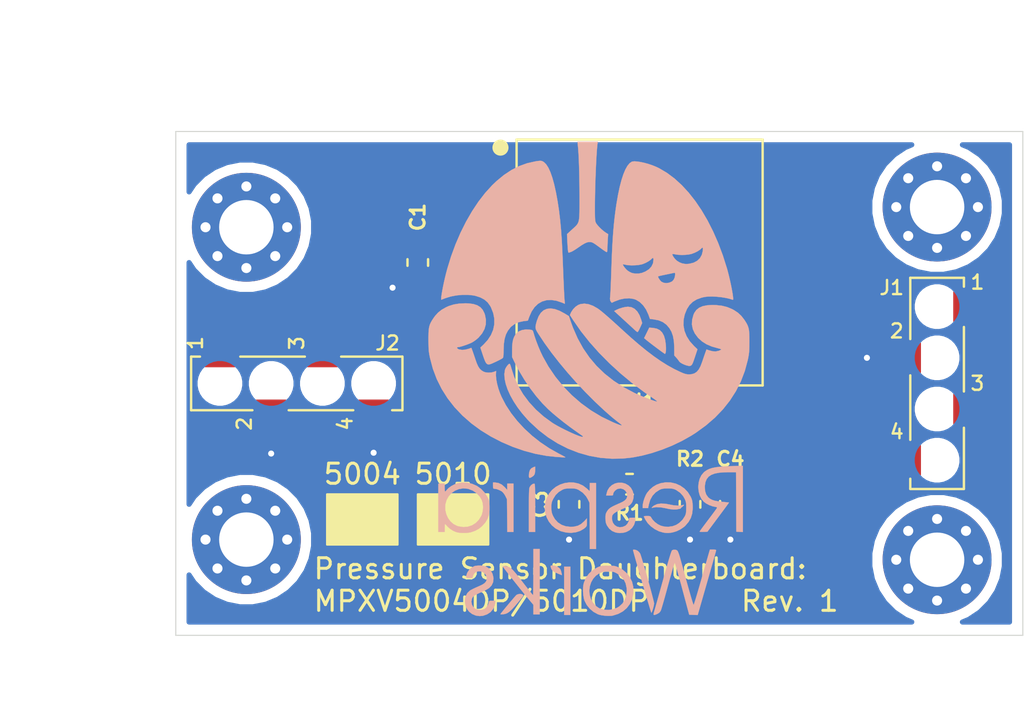
<source format=kicad_pcb>
(kicad_pcb (version 20171130) (host pcbnew "(5.1.9-16-g1737927814)-1")

  (general
    (thickness 1.6)
    (drawings 11)
    (tracks 37)
    (zones 0)
    (modules 13)
    (nets 12)
  )

  (page A4)
  (title_block
    (title "Pressure Sensor Daughterboard: MPXV5004DP/5010DP")
    (rev 1)
    (company RespiraWorks)
  )

  (layers
    (0 F.Cu signal)
    (31 B.Cu signal)
    (32 B.Adhes user)
    (33 F.Adhes user)
    (34 B.Paste user)
    (35 F.Paste user)
    (36 B.SilkS user)
    (37 F.SilkS user)
    (38 B.Mask user)
    (39 F.Mask user)
    (40 Dwgs.User user)
    (41 Cmts.User user)
    (42 Eco1.User user)
    (43 Eco2.User user)
    (44 Edge.Cuts user)
    (45 Margin user)
    (46 B.CrtYd user)
    (47 F.CrtYd user)
    (48 B.Fab user)
    (49 F.Fab user)
  )

  (setup
    (last_trace_width 0.2)
    (user_trace_width 0.2)
    (user_trace_width 0.5)
    (user_trace_width 1)
    (trace_clearance 0.2)
    (zone_clearance 0.508)
    (zone_45_only no)
    (trace_min 0.2)
    (via_size 0.6)
    (via_drill 0.3)
    (via_min_size 0.4)
    (via_min_drill 0.3)
    (uvia_size 0.3)
    (uvia_drill 0.1)
    (uvias_allowed no)
    (uvia_min_size 0.2)
    (uvia_min_drill 0.1)
    (edge_width 0.05)
    (segment_width 0.2)
    (pcb_text_width 0.3)
    (pcb_text_size 1.5 1.5)
    (mod_edge_width 0.12)
    (mod_text_size 1 1)
    (mod_text_width 0.15)
    (pad_size 1.524 1.524)
    (pad_drill 0.762)
    (pad_to_mask_clearance 0)
    (aux_axis_origin 0 0)
    (visible_elements 7FFDFFFF)
    (pcbplotparams
      (layerselection 0x010fc_ffffffff)
      (usegerberextensions false)
      (usegerberattributes true)
      (usegerberadvancedattributes true)
      (creategerberjobfile true)
      (excludeedgelayer true)
      (linewidth 0.100000)
      (plotframeref false)
      (viasonmask false)
      (mode 1)
      (useauxorigin false)
      (hpglpennumber 1)
      (hpglpenspeed 20)
      (hpglpendiameter 15.000000)
      (psnegative false)
      (psa4output false)
      (plotreference true)
      (plotvalue true)
      (plotinvisibletext false)
      (padsonsilk false)
      (subtractmaskfromsilk false)
      (outputformat 1)
      (mirror false)
      (drillshape 1)
      (scaleselection 1)
      (outputdirectory ""))
  )

  (net 0 "")
  (net 1 +5V_Sns)
  (net 2 GND)
  (net 3 "Net-(C3-Pad2)")
  (net 4 "Net-(C4-Pad2)")
  (net 5 "Net-(J1-Pad4)")
  (net 6 "Net-(J1-Pad3)")
  (net 7 "Net-(J2-Pad3)")
  (net 8 "Net-(H1-Pad1)")
  (net 9 "Net-(H2-Pad1)")
  (net 10 "Net-(H3-Pad1)")
  (net 11 "Net-(H4-Pad1)")

  (net_class Default "This is the default net class."
    (clearance 0.2)
    (trace_width 0.2)
    (via_dia 0.6)
    (via_drill 0.3)
    (uvia_dia 0.3)
    (uvia_drill 0.1)
    (add_net +5V_Sns)
    (add_net GND)
    (add_net "Net-(C3-Pad2)")
    (add_net "Net-(C4-Pad2)")
    (add_net "Net-(H1-Pad1)")
    (add_net "Net-(H2-Pad1)")
    (add_net "Net-(H3-Pad1)")
    (add_net "Net-(H4-Pad1)")
    (add_net "Net-(J1-Pad3)")
    (add_net "Net-(J1-Pad4)")
    (add_net "Net-(J2-Pad3)")
  )

  (module RespiraWorks:RespiraWorks-Logo-With-Text-16mm (layer B.Cu) (tedit 60624C22) (tstamp 60659928)
    (at 139.5 89.75 180)
    (descr "RespiraWorks Logo with Text")
    (tags "RespiraWorks Logo Text Lungs")
    (fp_text reference G*** (at 0 0) (layer B.SilkS) hide
      (effects (font (size 1.524 1.524) (thickness 0.3)) (justify mirror))
    )
    (fp_text value LOGO (at 0.75 0) (layer B.SilkS) hide
      (effects (font (size 1.524 1.524) (thickness 0.3)) (justify mirror))
    )
    (fp_poly (pts (xy -0.781957 -9.299964) (xy -0.674352 -9.303811) (xy -0.593852 -9.313193) (xy -0.525788 -9.330539)
      (xy -0.455491 -9.358281) (xy -0.388808 -9.389109) (xy -0.164981 -9.524509) (xy 0.021221 -9.698484)
      (xy 0.1652 -9.905349) (xy 0.262359 -10.13942) (xy 0.282928 -10.219675) (xy 0.304066 -10.38067)
      (xy 0.306577 -10.567534) (xy 0.291864 -10.758603) (xy 0.261332 -10.932215) (xy 0.230092 -11.034889)
      (xy 0.120392 -11.244962) (xy -0.032175 -11.432537) (xy -0.217082 -11.587561) (xy -0.423798 -11.699983)
      (xy -0.493228 -11.725446) (xy -0.624458 -11.756315) (xy -0.7835 -11.776831) (xy -0.947891 -11.785517)
      (xy -1.095171 -11.780897) (xy -1.171222 -11.770029) (xy -1.438142 -11.686696) (xy -1.669454 -11.561154)
      (xy -1.862379 -11.396546) (xy -2.014142 -11.196011) (xy -2.121967 -10.962692) (xy -2.183077 -10.699729)
      (xy -2.191902 -10.615314) (xy -2.190177 -10.543182) (xy -1.862666 -10.543182) (xy -1.838115 -10.777232)
      (xy -1.766575 -10.987211) (xy -1.651216 -11.167694) (xy -1.49521 -11.313252) (xy -1.368398 -11.389089)
      (xy -1.165109 -11.460988) (xy -0.945975 -11.490639) (xy -0.728107 -11.477351) (xy -0.53417 -11.422781)
      (xy -0.450015 -11.377241) (xy -0.357778 -11.312652) (xy -0.326212 -11.286558) (xy -0.181002 -11.124535)
      (xy -0.079933 -10.938461) (xy -0.021863 -10.736697) (xy -0.00565 -10.527606) (xy -0.03015 -10.31955)
      (xy -0.094222 -10.120892) (xy -0.196721 -9.939993) (xy -0.336506 -9.785217) (xy -0.512434 -9.664925)
      (xy -0.550333 -9.646437) (xy -0.637693 -9.612281) (xy -0.728352 -9.592265) (xy -0.841895 -9.583173)
      (xy -0.945444 -9.581587) (xy -1.071338 -9.583111) (xy -1.16087 -9.590936) (xy -1.234099 -9.609687)
      (xy -1.311081 -9.643987) (xy -1.382889 -9.682446) (xy -1.570693 -9.814271) (xy -1.711853 -9.977499)
      (xy -1.806657 -10.172645) (xy -1.855391 -10.400222) (xy -1.862666 -10.543182) (xy -2.190177 -10.543182)
      (xy -2.185548 -10.349747) (xy -2.126922 -10.100219) (xy -2.019181 -9.872132) (xy -1.865487 -9.670885)
      (xy -1.668998 -9.501882) (xy -1.474852 -9.389574) (xy -1.392083 -9.351729) (xy -1.323326 -9.326254)
      (xy -1.253896 -9.310708) (xy -1.169108 -9.30265) (xy -1.054277 -9.299638) (xy -0.931333 -9.299222)
      (xy -0.781957 -9.299964)) (layer B.SilkS) (width 0.01))
    (fp_poly (pts (xy 5.527374 -9.289149) (xy 5.652154 -9.305871) (xy 5.708851 -9.323168) (xy 5.84617 -9.403823)
      (xy 5.962476 -9.515908) (xy 6.047658 -9.646209) (xy 6.091605 -9.78151) (xy 6.09538 -9.828389)
      (xy 6.0924 -9.873259) (xy 6.073192 -9.896321) (xy 6.023743 -9.904819) (xy 5.945245 -9.906)
      (xy 5.79449 -9.906) (xy 5.760263 -9.791761) (xy 5.703331 -9.681617) (xy 5.617437 -9.609789)
      (xy 5.513108 -9.574264) (xy 5.400876 -9.573032) (xy 5.291269 -9.604079) (xy 5.194816 -9.665394)
      (xy 5.122047 -9.754965) (xy 5.083491 -9.87078) (xy 5.08 -9.921752) (xy 5.090479 -10.015923)
      (xy 5.126486 -10.09512) (xy 5.194876 -10.165866) (xy 5.302502 -10.234682) (xy 5.456218 -10.308089)
      (xy 5.510234 -10.331099) (xy 5.642452 -10.389168) (xy 5.768063 -10.449225) (xy 5.869922 -10.50283)
      (xy 5.916821 -10.531256) (xy 6.035158 -10.643232) (xy 6.115245 -10.786493) (xy 6.156691 -10.950456)
      (xy 6.159105 -11.124543) (xy 6.122094 -11.298171) (xy 6.045269 -11.46076) (xy 5.955422 -11.575214)
      (xy 5.803327 -11.693116) (xy 5.624104 -11.767645) (xy 5.430928 -11.794948) (xy 5.263445 -11.777665)
      (xy 5.061057 -11.707423) (xy 4.895695 -11.597919) (xy 4.771081 -11.452994) (xy 4.690939 -11.276487)
      (xy 4.666414 -11.161979) (xy 4.648995 -11.034889) (xy 4.804912 -11.034889) (xy 4.894272 -11.036513)
      (xy 4.94263 -11.046836) (xy 4.965426 -11.07403) (xy 4.978099 -11.126272) (xy 4.978164 -11.126611)
      (xy 5.024226 -11.259482) (xy 5.102375 -11.372739) (xy 5.193391 -11.444371) (xy 5.317481 -11.483065)
      (xy 5.458646 -11.488657) (xy 5.591993 -11.4618) (xy 5.6549 -11.432259) (xy 5.755683 -11.339112)
      (xy 5.818828 -11.216166) (xy 5.840826 -11.078582) (xy 5.818169 -10.941519) (xy 5.784844 -10.870932)
      (xy 5.763163 -10.838339) (xy 5.736934 -10.809157) (xy 5.699288 -10.779531) (xy 5.64336 -10.745605)
      (xy 5.562283 -10.703522) (xy 5.449189 -10.649427) (xy 5.297211 -10.579464) (xy 5.133381 -10.505115)
      (xy 4.962538 -10.402776) (xy 4.840023 -10.273395) (xy 4.767245 -10.119285) (xy 4.745611 -9.942759)
      (xy 4.750415 -9.875823) (xy 4.7976 -9.689888) (xy 4.88851 -9.528528) (xy 5.016509 -9.400997)
      (xy 5.142594 -9.328942) (xy 5.249388 -9.300921) (xy 5.385384 -9.287578) (xy 5.527374 -9.289149)) (layer B.SilkS) (width 0.01))
    (fp_poly (pts (xy -5.937298 -8.657167) (xy -5.919641 -8.71831) (xy -5.888389 -8.827276) (xy -5.845389 -8.977597)
      (xy -5.792486 -9.162807) (xy -5.731528 -9.376436) (xy -5.664362 -9.612016) (xy -5.592835 -9.863081)
      (xy -5.546083 -10.027277) (xy -5.474249 -10.277857) (xy -5.406408 -10.511113) (xy -5.344229 -10.721553)
      (xy -5.28938 -10.903687) (xy -5.243528 -11.052023) (xy -5.208342 -11.161069) (xy -5.185489 -11.225333)
      (xy -5.177487 -11.240833) (xy -5.164992 -11.218621) (xy -5.140118 -11.148527) (xy -5.102645 -11.029784)
      (xy -5.052353 -10.861624) (xy -4.98902 -10.643282) (xy -4.912426 -10.373989) (xy -4.822351 -10.05298)
      (xy -4.718574 -9.679488) (xy -4.600875 -9.252745) (xy -4.501977 -8.892339) (xy -4.463964 -8.765931)
      (xy -4.424736 -8.656156) (xy -4.389647 -8.577008) (xy -4.369728 -8.546617) (xy -4.292278 -8.504497)
      (xy -4.197189 -8.498402) (xy -4.111555 -8.529935) (xy -4.10975 -8.531234) (xy -4.091307 -8.561923)
      (xy -4.062487 -8.63551) (xy -4.022759 -8.753742) (xy -3.971589 -8.918368) (xy -3.908445 -9.131134)
      (xy -3.832796 -9.393789) (xy -3.744107 -9.708079) (xy -3.669022 -9.977623) (xy -3.591698 -10.255992)
      (xy -3.517288 -10.522989) (xy -3.447463 -10.772675) (xy -3.383895 -10.999114) (xy -3.328255 -11.196368)
      (xy -3.282215 -11.358499) (xy -3.247446 -11.479571) (xy -3.225619 -11.553646) (xy -3.222403 -11.564056)
      (xy -3.193517 -11.666549) (xy -3.190635 -11.72431) (xy -3.219896 -11.741994) (xy -3.287437 -11.724256)
      (xy -3.380829 -11.684215) (xy -3.473596 -11.62846) (xy -3.533993 -11.551168) (xy -3.554611 -11.508446)
      (xy -3.573344 -11.455204) (xy -3.60472 -11.353951) (xy -3.646866 -11.211224) (xy -3.697913 -11.033559)
      (xy -3.755991 -10.827491) (xy -3.819228 -10.599558) (xy -3.885754 -10.356295) (xy -3.9105 -10.264924)
      (xy -3.976348 -10.023812) (xy -4.038619 -9.800894) (xy -4.095637 -9.6018) (xy -4.145724 -9.432164)
      (xy -4.187203 -9.297617) (xy -4.218398 -9.20379) (xy -4.237631 -9.156315) (xy -4.241999 -9.151593)
      (xy -4.254792 -9.179935) (xy -4.280433 -9.257474) (xy -4.317369 -9.378828) (xy -4.364052 -9.538615)
      (xy -4.41893 -9.731456) (xy -4.480453 -9.951968) (xy -4.547069 -10.194771) (xy -4.614329 -10.443668)
      (xy -4.958426 -11.726333) (xy -5.16887 -11.734476) (xy -5.379315 -11.742618) (xy -5.827195 -10.182254)
      (xy -5.909666 -9.894599) (xy -5.987652 -9.621931) (xy -6.059723 -9.369299) (xy -6.124446 -9.141754)
      (xy -6.18039 -8.944346) (xy -6.226123 -8.782125) (xy -6.260213 -8.660141) (xy -6.281228 -8.583444)
      (xy -6.287606 -8.558389) (xy -6.290598 -8.522292) (xy -6.272894 -8.503324) (xy -6.22199 -8.496016)
      (xy -6.142412 -8.494889) (xy -5.984688 -8.494889) (xy -5.937298 -8.657167)) (layer B.SilkS) (width 0.01))
    (fp_poly (pts (xy 1.241778 -11.740445) (xy 0.931334 -11.740445) (xy 0.931334 -9.341556) (xy 1.241778 -9.341556)
      (xy 1.241778 -11.740445)) (layer B.SilkS) (width 0.01))
    (fp_poly (pts (xy 2.765778 -9.609667) (xy 2.766282 -9.857413) (xy 2.767722 -10.08664) (xy 2.769986 -10.291415)
      (xy 2.772966 -10.46581) (xy 2.776551 -10.603894) (xy 2.780632 -10.699737) (xy 2.785098 -10.747408)
      (xy 2.786945 -10.751662) (xy 2.80898 -10.729886) (xy 2.860614 -10.668914) (xy 2.937264 -10.574468)
      (xy 3.034347 -10.452269) (xy 3.14728 -10.30804) (xy 3.271479 -10.147502) (xy 3.28664 -10.12778)
      (xy 3.443396 -9.924897) (xy 3.5715 -9.762437) (xy 3.675756 -9.635363) (xy 3.760968 -9.538638)
      (xy 3.831942 -9.467227) (xy 3.893483 -9.416091) (xy 3.950395 -9.380196) (xy 4.007482 -9.354503)
      (xy 4.032934 -9.345453) (xy 4.110663 -9.325902) (xy 4.191455 -9.315041) (xy 4.257001 -9.314149)
      (xy 4.288993 -9.324507) (xy 4.289778 -9.32749) (xy 4.272861 -9.353864) (xy 4.225237 -9.418263)
      (xy 4.151597 -9.514744) (xy 4.056633 -9.637366) (xy 3.945037 -9.780187) (xy 3.821499 -9.937267)
      (xy 3.690712 -10.102663) (xy 3.557367 -10.270435) (xy 3.426155 -10.434641) (xy 3.301767 -10.58934)
      (xy 3.188895 -10.72859) (xy 3.092231 -10.84645) (xy 3.055056 -10.891181) (xy 2.765778 -11.237325)
      (xy 2.765778 -11.712222) (xy 2.455334 -11.712222) (xy 2.455334 -8.466667) (xy 2.765778 -8.466667)
      (xy 2.765778 -9.609667)) (layer B.SilkS) (width 0.01))
    (fp_poly (pts (xy 3.579768 -10.72945) (xy 3.621349 -10.759722) (xy 3.662871 -10.804956) (xy 3.729524 -10.881276)
      (xy 3.814879 -10.980974) (xy 3.91251 -11.096344) (xy 4.01599 -11.219678) (xy 4.118891 -11.343267)
      (xy 4.214787 -11.459404) (xy 4.29725 -11.560382) (xy 4.359853 -11.638493) (xy 4.396168 -11.686029)
      (xy 4.402667 -11.696703) (xy 4.378205 -11.708908) (xy 4.316969 -11.709887) (xy 4.237185 -11.701108)
      (xy 4.157078 -11.684034) (xy 4.127186 -11.674549) (xy 4.053789 -11.641401) (xy 3.978282 -11.592019)
      (xy 3.894304 -11.52048) (xy 3.795494 -11.420861) (xy 3.675488 -11.28724) (xy 3.539065 -11.127003)
      (xy 3.428801 -10.994532) (xy 3.351138 -10.898162) (xy 3.301859 -10.83121) (xy 3.276746 -10.786993)
      (xy 3.271583 -10.758828) (xy 3.282152 -10.740034) (xy 3.290519 -10.733143) (xy 3.377619 -10.699623)
      (xy 3.482759 -10.699093) (xy 3.579768 -10.72945)) (layer B.SilkS) (width 0.01))
    (fp_poly (pts (xy -2.190186 -8.497705) (xy -2.172657 -8.516056) (xy -2.180108 -8.55105) (xy -2.20172 -8.633443)
      (xy -2.235785 -8.757383) (xy -2.280594 -8.917021) (xy -2.33444 -9.106505) (xy -2.395612 -9.319984)
      (xy -2.462402 -9.551608) (xy -2.533101 -9.795527) (xy -2.606002 -10.045889) (xy -2.679394 -10.296845)
      (xy -2.75157 -10.542543) (xy -2.820821 -10.777132) (xy -2.885437 -10.994763) (xy -2.94371 -11.189584)
      (xy -2.993932 -11.355745) (xy -3.034394 -11.487395) (xy -3.063386 -11.578684) (xy -3.079201 -11.62376)
      (xy -3.08139 -11.627556) (xy -3.099396 -11.602719) (xy -3.126995 -11.537457) (xy -3.158358 -11.44564)
      (xy -3.159755 -11.441138) (xy -3.189649 -11.33085) (xy -3.210465 -11.228257) (xy -3.217333 -11.162452)
      (xy -3.209695 -11.115654) (xy -3.18809 -11.021722) (xy -3.154483 -10.887669) (xy -3.110839 -10.72051)
      (xy -3.059125 -10.527259) (xy -3.001304 -10.314931) (xy -2.939341 -10.090539) (xy -2.875203 -9.861099)
      (xy -2.810854 -9.633625) (xy -2.748258 -9.415131) (xy -2.689383 -9.212631) (xy -2.636191 -9.03314)
      (xy -2.590649 -8.883672) (xy -2.554722 -8.771243) (xy -2.530374 -8.702865) (xy -2.524708 -8.690162)
      (xy -2.469147 -8.616108) (xy -2.394543 -8.552736) (xy -2.390463 -8.550191) (xy -2.315983 -8.515098)
      (xy -2.243522 -8.496709) (xy -2.190186 -8.497705)) (layer B.SilkS) (width 0.01))
    (fp_poly (pts (xy 1.886097 -9.288106) (xy 1.912935 -9.304028) (xy 1.910338 -9.345059) (xy 1.906148 -9.362722)
      (xy 1.876814 -9.451656) (xy 1.832015 -9.522072) (xy 1.762137 -9.582083) (xy 1.657566 -9.639801)
      (xy 1.508689 -9.70334) (xy 1.497025 -9.707953) (xy 1.352072 -9.765088) (xy 1.371252 -9.659155)
      (xy 1.395724 -9.563874) (xy 1.428887 -9.47738) (xy 1.430866 -9.473393) (xy 1.494434 -9.400242)
      (xy 1.595877 -9.338662) (xy 1.716685 -9.297665) (xy 1.816337 -9.285731) (xy 1.886097 -9.288106)) (layer B.SilkS) (width 0.01))
    (fp_poly (pts (xy 1.216634 -5.194521) (xy 1.443777 -5.268549) (xy 1.654799 -5.382744) (xy 1.841714 -5.53603)
      (xy 1.989622 -5.716795) (xy 2.110592 -5.945619) (xy 2.180954 -6.184571) (xy 2.202927 -6.426812)
      (xy 2.178727 -6.665501) (xy 2.110569 -6.893802) (xy 2.000671 -7.104874) (xy 1.851249 -7.29188)
      (xy 1.664518 -7.447979) (xy 1.442696 -7.566334) (xy 1.382889 -7.588921) (xy 1.142334 -7.64869)
      (xy 0.899829 -7.664266) (xy 0.665579 -7.637105) (xy 0.449786 -7.568664) (xy 0.262653 -7.4604)
      (xy 0.215818 -7.422303) (xy 0.161207 -7.371229) (xy 0.130401 -7.326307) (xy 0.116598 -7.268814)
      (xy 0.112998 -7.180032) (xy 0.112889 -7.138988) (xy 0.112889 -6.946046) (xy 0.257368 -7.098811)
      (xy 0.403353 -7.227479) (xy 0.560847 -7.311336) (xy 0.742726 -7.355596) (xy 0.917222 -7.366)
      (xy 1.155463 -7.341083) (xy 1.367994 -7.268002) (xy 1.550765 -7.149262) (xy 1.699726 -6.987365)
      (xy 1.793809 -6.824147) (xy 1.836707 -6.720712) (xy 1.861611 -6.628614) (xy 1.873148 -6.524268)
      (xy 1.875914 -6.405851) (xy 1.873971 -6.278869) (xy 1.863798 -6.185452) (xy 1.84051 -6.102819)
      (xy 1.799221 -6.008189) (xy 1.78387 -5.976647) (xy 1.662933 -5.785239) (xy 1.505634 -5.633504)
      (xy 1.330286 -5.526535) (xy 1.254362 -5.494127) (xy 1.175578 -5.474402) (xy 1.076406 -5.464507)
      (xy 0.939317 -5.461588) (xy 0.931334 -5.461574) (xy 0.798554 -5.463238) (xy 0.704116 -5.47084)
      (xy 0.629976 -5.487759) (xy 0.558089 -5.517375) (xy 0.514092 -5.539711) (xy 0.31569 -5.674531)
      (xy 0.157172 -5.84929) (xy 0.067564 -6.000214) (xy -0.014111 -6.166556) (xy -0.022628 -7.316611)
      (xy -0.031145 -8.466667) (xy -0.338666 -8.466667) (xy -0.338666 -5.192889) (xy -0.028222 -5.192889)
      (xy -0.028222 -5.390445) (xy -0.027037 -5.487827) (xy -0.023917 -5.558388) (xy -0.019519 -5.587846)
      (xy -0.01916 -5.588) (xy 0.004243 -5.570069) (xy 0.056336 -5.523293) (xy 0.118705 -5.464585)
      (xy 0.306626 -5.321623) (xy 0.518368 -5.224212) (xy 0.745942 -5.171276) (xy 0.98136 -5.161738)
      (xy 1.216634 -5.194521)) (layer B.SilkS) (width 0.01))
    (fp_poly (pts (xy -3.54427 -5.200687) (xy -3.337539 -5.276724) (xy -3.164001 -5.381071) (xy -3.00264 -5.520786)
      (xy -2.870453 -5.679712) (xy -2.813603 -5.774812) (xy -2.743892 -5.934014) (xy -2.690374 -6.098674)
      (xy -2.658849 -6.248875) (xy -2.652889 -6.3269) (xy -2.652889 -6.434667) (xy -2.922196 -6.434667)
      (xy -2.954389 -6.26527) (xy -3.024554 -6.028694) (xy -3.137464 -5.825397) (xy -3.290394 -5.659147)
      (xy -3.480615 -5.533713) (xy -3.485444 -5.53132) (xy -3.564228 -5.496924) (xy -3.641493 -5.475909)
      (xy -3.735341 -5.46519) (xy -3.863875 -5.461681) (xy -3.894666 -5.461574) (xy -4.027647 -5.463261)
      (xy -4.12222 -5.470905) (xy -4.19636 -5.487847) (xy -4.268043 -5.517425) (xy -4.310001 -5.538744)
      (xy -4.504745 -5.670656) (xy -4.656278 -5.83882) (xy -4.737952 -5.98067) (xy -4.773286 -6.063286)
      (xy -4.795255 -6.139628) (xy -4.806843 -6.227592) (xy -4.811032 -6.345074) (xy -4.811285 -6.420556)
      (xy -4.808858 -6.561699) (xy -4.800506 -6.663245) (xy -4.783553 -6.74195) (xy -4.755324 -6.814567)
      (xy -4.74486 -6.836445) (xy -4.627563 -7.015542) (xy -4.469129 -7.169787) (xy -4.311914 -7.271073)
      (xy -4.132694 -7.335551) (xy -3.93037 -7.363782) (xy -3.726017 -7.354647) (xy -3.551849 -7.31135)
      (xy -3.397656 -7.233851) (xy -3.253861 -7.126822) (xy -3.138026 -7.00471) (xy -3.089909 -6.931433)
      (xy -3.055847 -6.874098) (xy -3.020788 -6.843766) (xy -2.966352 -6.831854) (xy -2.874159 -6.829778)
      (xy -2.872249 -6.829778) (xy -2.784856 -6.832142) (xy -2.725726 -6.838267) (xy -2.709333 -6.844827)
      (xy -2.721111 -6.876193) (xy -2.751584 -6.941793) (xy -2.783281 -7.005806) (xy -2.901527 -7.183582)
      (xy -3.063041 -7.346305) (xy -3.254932 -7.484594) (xy -3.464311 -7.589065) (xy -3.665685 -7.648073)
      (xy -3.810006 -7.668732) (xy -3.939741 -7.670262) (xy -4.084257 -7.652363) (xy -4.134269 -7.643277)
      (xy -4.327557 -7.585703) (xy -4.522672 -7.491575) (xy -4.696257 -7.373187) (xy -4.765167 -7.311256)
      (xy -4.926651 -7.122507) (xy -5.039356 -6.923998) (xy -5.10683 -6.706165) (xy -5.132622 -6.459442)
      (xy -5.131113 -6.324965) (xy -5.122599 -6.184771) (xy -5.108094 -6.080324) (xy -5.083024 -5.990944)
      (xy -5.042811 -5.895951) (xy -5.030497 -5.870222) (xy -4.893452 -5.64886) (xy -4.719443 -5.46524)
      (xy -4.515594 -5.32186) (xy -4.289028 -5.221217) (xy -4.04687 -5.165809) (xy -3.796242 -5.158133)
      (xy -3.54427 -5.200687)) (layer B.SilkS) (width 0.01))
    (fp_poly (pts (xy -1.274798 -5.21707) (xy -1.124341 -5.297708) (xy -0.998928 -5.414115) (xy -0.907265 -5.563149)
      (xy -0.863315 -5.707945) (xy -0.844109 -5.813778) (xy -1.014721 -5.813778) (xy -1.109057 -5.81224)
      (xy -1.160148 -5.804103) (xy -1.181178 -5.784082) (xy -1.185331 -5.746892) (xy -1.185333 -5.745388)
      (xy -1.209697 -5.661912) (xy -1.272748 -5.577573) (xy -1.359428 -5.508744) (xy -1.432372 -5.476738)
      (xy -1.570313 -5.464045) (xy -1.693573 -5.499064) (xy -1.793165 -5.573586) (xy -1.860104 -5.679399)
      (xy -1.885404 -5.808294) (xy -1.878614 -5.884472) (xy -1.843909 -5.972148) (xy -1.770808 -6.051572)
      (xy -1.653202 -6.127872) (xy -1.505937 -6.1974) (xy -1.319914 -6.278345) (xy -1.17857 -6.345777)
      (xy -1.073399 -6.40509) (xy -0.995897 -6.461677) (xy -0.937559 -6.520935) (xy -0.889989 -6.588082)
      (xy -0.844681 -6.668006) (xy -0.819049 -6.738258) (xy -0.807896 -6.820651) (xy -0.806028 -6.936995)
      (xy -0.806056 -6.940506) (xy -0.811517 -7.070545) (xy -0.828933 -7.169122) (xy -0.863572 -7.260826)
      (xy -0.883255 -7.30075) (xy -0.993726 -7.457521) (xy -1.138749 -7.573707) (xy -1.311357 -7.64696)
      (xy -1.504581 -7.674931) (xy -1.711455 -7.655273) (xy -1.834444 -7.621296) (xy -1.9955 -7.538417)
      (xy -2.128612 -7.415537) (xy -2.225681 -7.263747) (xy -2.27861 -7.094135) (xy -2.286 -7.002892)
      (xy -2.283667 -6.952331) (xy -2.267404 -6.926015) (xy -2.223317 -6.916025) (xy -2.137508 -6.914445)
      (xy -2.130778 -6.914445) (xy -2.041937 -6.916184) (xy -1.995684 -6.925764) (xy -1.978177 -6.949725)
      (xy -1.975555 -6.98779) (xy -1.952797 -7.101831) (xy -1.893768 -7.214427) (xy -1.812339 -7.300628)
      (xy -1.795289 -7.312078) (xy -1.647348 -7.374508) (xy -1.50296 -7.386348) (xy -1.370768 -7.352309)
      (xy -1.259418 -7.277104) (xy -1.177555 -7.165443) (xy -1.133824 -7.022039) (xy -1.128889 -6.948881)
      (xy -1.132779 -6.853624) (xy -1.150704 -6.790607) (xy -1.192046 -6.735817) (xy -1.224637 -6.703807)
      (xy -1.295727 -6.65176) (xy -1.405395 -6.589388) (xy -1.538848 -6.524731) (xy -1.612692 -6.492891)
      (xy -1.786673 -6.417469) (xy -1.915888 -6.351386) (xy -2.009698 -6.287975) (xy -2.077466 -6.220572)
      (xy -2.128554 -6.142514) (xy -2.142 -6.116079) (xy -2.195686 -5.944048) (xy -2.199679 -5.76474)
      (xy -2.156914 -5.590587) (xy -2.070325 -5.434022) (xy -1.952917 -5.315003) (xy -1.789359 -5.221167)
      (xy -1.616014 -5.175659) (xy -1.441592 -5.17534) (xy -1.274798 -5.21707)) (layer B.SilkS) (width 0.01))
    (fp_poly (pts (xy 6.534571 -5.208143) (xy 6.684989 -5.262097) (xy 6.835191 -5.341726) (xy 6.966569 -5.435585)
      (xy 7.059622 -5.53102) (xy 7.106139 -5.586437) (xy 7.141048 -5.615123) (xy 7.14553 -5.616222)
      (xy 7.156824 -5.590388) (xy 7.165008 -5.522403) (xy 7.168427 -5.426539) (xy 7.168445 -5.418667)
      (xy 7.168445 -5.221111) (xy 7.478889 -5.221111) (xy 7.478889 -7.62) (xy 7.168445 -7.62)
      (xy 7.168445 -7.422445) (xy 7.166142 -7.325068) (xy 7.160081 -7.254509) (xy 7.151536 -7.225044)
      (xy 7.150836 -7.224889) (xy 7.124258 -7.244418) (xy 7.073285 -7.295069) (xy 7.02235 -7.350852)
      (xy 6.915779 -7.448652) (xy 6.781471 -7.538712) (xy 6.729382 -7.566458) (xy 6.629516 -7.611843)
      (xy 6.541249 -7.640128) (xy 6.443161 -7.656108) (xy 6.313832 -7.664579) (xy 6.286367 -7.665648)
      (xy 6.128262 -7.665849) (xy 5.985165 -7.655802) (xy 5.884334 -7.638561) (xy 5.660444 -7.563205)
      (xy 5.472003 -7.459319) (xy 5.320502 -7.335861) (xy 5.159781 -7.159587) (xy 5.046068 -6.974911)
      (xy 4.975481 -6.771689) (xy 4.944136 -6.539772) (xy 4.943709 -6.383074) (xy 5.25859 -6.383074)
      (xy 5.272986 -6.576418) (xy 5.318167 -6.756505) (xy 5.342531 -6.815667) (xy 5.465683 -7.018261)
      (xy 5.622915 -7.178679) (xy 5.808099 -7.294361) (xy 6.015106 -7.362748) (xy 6.23781 -7.381279)
      (xy 6.470082 -7.347393) (xy 6.554448 -7.322012) (xy 6.731023 -7.232914) (xy 6.882603 -7.100024)
      (xy 7.00437 -6.932268) (xy 7.091506 -6.738569) (xy 7.139193 -6.52785) (xy 7.142612 -6.309038)
      (xy 7.134888 -6.246948) (xy 7.07508 -6.035044) (xy 6.970579 -5.848743) (xy 6.828835 -5.692991)
      (xy 6.657299 -5.572731) (xy 6.463419 -5.492909) (xy 6.254647 -5.458467) (xy 6.038432 -5.474351)
      (xy 5.987975 -5.48576) (xy 5.768639 -5.569866) (xy 5.577339 -5.69986) (xy 5.421293 -5.869761)
      (xy 5.32404 -6.036101) (xy 5.275451 -6.196344) (xy 5.25859 -6.383074) (xy 4.943709 -6.383074)
      (xy 4.943621 -6.350962) (xy 4.951413 -6.212705) (xy 4.964755 -6.110471) (xy 4.98824 -6.023849)
      (xy 5.026466 -5.932425) (xy 5.04784 -5.888055) (xy 5.187794 -5.664671) (xy 5.365722 -5.47851)
      (xy 5.574521 -5.332818) (xy 5.807092 -5.230843) (xy 6.056332 -5.175834) (xy 6.31514 -5.171036)
      (xy 6.534571 -5.208143)) (layer B.SilkS) (width 0.01))
    (fp_poly (pts (xy -7.020278 -4.355731) (xy -6.723436 -4.36809) (xy -6.475926 -4.386294) (xy -6.2708 -4.411917)
      (xy -6.101105 -4.446536) (xy -5.959893 -4.491725) (xy -5.840213 -4.549059) (xy -5.735116 -4.620114)
      (xy -5.690587 -4.657108) (xy -5.567574 -4.800803) (xy -5.479534 -4.977919) (xy -5.426566 -5.177495)
      (xy -5.408771 -5.388566) (xy -5.42625 -5.600172) (xy -5.479104 -5.801348) (xy -5.567432 -5.981132)
      (xy -5.677202 -6.115454) (xy -5.79925 -6.207143) (xy -5.953765 -6.287892) (xy -6.11677 -6.346509)
      (xy -6.21749 -6.367654) (xy -6.30155 -6.383793) (xy -6.337358 -6.40499) (xy -6.337782 -6.425798)
      (xy -6.317054 -6.458558) (xy -6.266879 -6.529554) (xy -6.1921 -6.632187) (xy -6.097559 -6.759857)
      (xy -5.988099 -6.905963) (xy -5.898792 -7.02411) (xy -5.782339 -7.17837) (xy -5.678123 -7.317899)
      (xy -5.590762 -7.436394) (xy -5.524873 -7.527552) (xy -5.485073 -7.585069) (xy -5.475111 -7.602501)
      (xy -5.50088 -7.611312) (xy -5.568614 -7.615566) (xy -5.663955 -7.614401) (xy -5.669294 -7.614181)
      (xy -5.863477 -7.605889) (xy -6.399351 -6.886222) (xy -6.529826 -6.710712) (xy -6.648609 -6.550378)
      (xy -6.751722 -6.410634) (xy -6.835185 -6.296894) (xy -6.895021 -6.214573) (xy -6.92725 -6.169085)
      (xy -6.931767 -6.161729) (xy -6.904083 -6.157384) (xy -6.831385 -6.149177) (xy -6.724877 -6.138302)
      (xy -6.602134 -6.126548) (xy -6.387589 -6.1015) (xy -6.219513 -6.069094) (xy -6.088083 -6.026145)
      (xy -5.983479 -5.969466) (xy -5.898124 -5.898124) (xy -5.800453 -5.760719) (xy -5.745374 -5.586399)
      (xy -5.732863 -5.37508) (xy -5.736283 -5.317714) (xy -5.765956 -5.140265) (xy -5.826202 -4.99398)
      (xy -5.920511 -4.876849) (xy -6.052368 -4.786866) (xy -6.225262 -4.722022) (xy -6.44268 -4.68031)
      (xy -6.70811 -4.659721) (xy -6.884486 -4.656667) (xy -7.28083 -4.656667) (xy -7.295444 -7.605889)
      (xy -7.62 -7.622817) (xy -7.62 -4.337281) (xy -7.020278 -4.355731)) (layer B.SilkS) (width 0.01))
    (fp_poly (pts (xy 2.811822 -5.245627) (xy 2.892022 -5.309917) (xy 2.949384 -5.390756) (xy 2.960478 -5.420075)
      (xy 2.96951 -5.464479) (xy 2.976677 -5.529355) (xy 2.982175 -5.620094) (xy 2.986202 -5.742085)
      (xy 2.988954 -5.900717) (xy 2.990628 -6.101379) (xy 2.99142 -6.349461) (xy 2.991556 -6.546154)
      (xy 2.991556 -7.62) (xy 2.681111 -7.62) (xy 2.681111 -6.420556) (xy 2.681222 -6.128684)
      (xy 2.681695 -5.888287) (xy 2.682735 -5.694399) (xy 2.684553 -5.542048) (xy 2.687354 -5.426268)
      (xy 2.691348 -5.34209) (xy 2.696742 -5.284545) (xy 2.703743 -5.248664) (xy 2.71256 -5.22948)
      (xy 2.7234 -5.222024) (xy 2.731276 -5.221111) (xy 2.811822 -5.245627)) (layer B.SilkS) (width 0.01))
    (fp_poly (pts (xy 4.769556 -5.319889) (xy 4.767597 -5.408895) (xy 4.75776 -5.455247) (xy 4.734107 -5.472704)
      (xy 4.702548 -5.475111) (xy 4.602133 -5.490858) (xy 4.481926 -5.531847) (xy 4.366718 -5.588698)
      (xy 4.318237 -5.62051) (xy 4.257804 -5.681762) (xy 4.193447 -5.772044) (xy 4.154906 -5.840855)
      (xy 4.078111 -5.997222) (xy 4.060125 -7.62) (xy 3.753556 -7.62) (xy 3.753556 -5.221111)
      (xy 4.064 -5.221111) (xy 4.064 -5.53766) (xy 4.191332 -5.396037) (xy 4.339493 -5.267876)
      (xy 4.506044 -5.189719) (xy 4.675805 -5.164667) (xy 4.769556 -5.164667) (xy 4.769556 -5.319889)) (layer B.SilkS) (width 0.01))
    (fp_poly (pts (xy -3.359007 -6.243342) (xy -3.206583 -6.315823) (xy -3.154829 -6.356338) (xy -3.109755 -6.401744)
      (xy -3.09912 -6.424505) (xy -3.109594 -6.424342) (xy -3.305085 -6.390008) (xy -3.531239 -6.396515)
      (xy -3.739444 -6.433578) (xy -3.976019 -6.483373) (xy -4.16794 -6.507802) (xy -4.320843 -6.507128)
      (xy -4.440363 -6.481615) (xy -4.473222 -6.467894) (xy -4.537288 -6.431066) (xy -4.600938 -6.38491)
      (xy -4.65539 -6.337875) (xy -4.691861 -6.298413) (xy -4.701568 -6.274973) (xy -4.675729 -6.276007)
      (xy -4.670778 -6.277809) (xy -4.537748 -6.307874) (xy -4.369327 -6.314309) (xy -4.181276 -6.29735)
      (xy -4.031921 -6.268232) (xy -3.770011 -6.219714) (xy -3.546262 -6.211361) (xy -3.359007 -6.243342)) (layer B.SilkS) (width 0.01))
    (fp_poly (pts (xy 2.762319 -4.40569) (xy 2.869561 -4.462367) (xy 2.93951 -4.549006) (xy 2.977571 -4.674062)
      (xy 2.986508 -4.756356) (xy 2.989644 -4.865278) (xy 2.977307 -4.923907) (xy 2.942841 -4.937705)
      (xy 2.879589 -4.912132) (xy 2.831079 -4.883849) (xy 2.753883 -4.82558) (xy 2.707798 -4.756327)
      (xy 2.685894 -4.660527) (xy 2.681111 -4.547101) (xy 2.681111 -4.377381) (xy 2.762319 -4.40569)) (layer B.SilkS) (width 0.01))
    (fp_poly (pts (xy 0.425815 3.688027) (xy 0.543566 3.644563) (xy 0.67555 3.555864) (xy 0.797938 3.430508)
      (xy 0.893061 3.287704) (xy 0.91527 3.240471) (xy 0.956848 3.14096) (xy 0.785935 2.876673)
      (xy 0.409982 2.336668) (xy -0.017066 1.798364) (xy -0.489969 1.266912) (xy -1.003482 0.747464)
      (xy -1.552364 0.245171) (xy -2.131371 -0.234815) (xy -2.735262 -0.687342) (xy -3.089675 -0.931737)
      (xy -3.20124 -1.008499) (xy -3.290163 -1.073987) (xy -3.348819 -1.122239) (xy -3.369579 -1.147296)
      (xy -3.367986 -1.149227) (xy -3.324722 -1.144699) (xy -3.238653 -1.120745) (xy -3.118615 -1.080723)
      (xy -2.973443 -1.027994) (xy -2.811973 -0.965918) (xy -2.643041 -0.897853) (xy -2.475483 -0.82716)
      (xy -2.318133 -0.757198) (xy -2.236651 -0.719055) (xy -1.702558 -0.436144) (xy -1.214087 -0.120256)
      (xy -0.770384 0.229557) (xy -0.370595 0.614242) (xy -0.013867 1.034748) (xy 0.300656 1.49202)
      (xy 0.573826 1.987007) (xy 0.806499 2.520655) (xy 0.889796 2.749133) (xy 1.007611 3.090333)
      (xy 1.229614 3.225152) (xy 1.480247 3.358082) (xy 1.709145 3.439597) (xy 1.915752 3.469859)
      (xy 2.099511 3.449033) (xy 2.259866 3.37728) (xy 2.396261 3.254764) (xy 2.508139 3.081649)
      (xy 2.594945 2.858098) (xy 2.605454 2.821373) (xy 2.642626 2.679772) (xy 2.661484 2.575356)
      (xy 2.65974 2.491188) (xy 2.635107 2.41033) (xy 2.585297 2.315846) (xy 2.523659 2.215677)
      (xy 2.218599 1.755084) (xy 1.870873 1.275072) (xy 1.487275 0.783418) (xy 1.074598 0.287901)
      (xy 0.639635 -0.2037) (xy 0.189179 -0.683607) (xy -0.269975 -1.144042) (xy -0.731036 -1.577226)
      (xy -0.988625 -1.805958) (xy -1.112042 -1.911248) (xy -1.240397 -2.017556) (xy -1.356999 -2.11122)
      (xy -1.432277 -2.169112) (xy -1.533481 -2.246624) (xy -1.594635 -2.299934) (xy -1.614039 -2.329032)
      (xy -1.589989 -2.333913) (xy -1.520784 -2.314569) (xy -1.404721 -2.270992) (xy -1.240097 -2.203175)
      (xy -1.157111 -2.167909) (xy -0.612123 -1.904502) (xy -0.091354 -1.591992) (xy 0.401498 -1.233861)
      (xy 0.862736 -0.833586) (xy 1.288663 -0.394649) (xy 1.67558 0.079472) (xy 2.01979 0.585296)
      (xy 2.301097 1.086555) (xy 2.41212 1.320474) (xy 2.522739 1.580111) (xy 2.624949 1.845101)
      (xy 2.710742 2.095076) (xy 2.752602 2.235117) (xy 2.779213 2.324934) (xy 2.804733 2.374779)
      (xy 2.842951 2.399127) (xy 2.907652 2.412455) (xy 2.923815 2.414897) (xy 3.140057 2.427157)
      (xy 3.33271 2.397461) (xy 3.495527 2.327746) (xy 3.622259 2.219951) (xy 3.644686 2.191306)
      (xy 3.717976 2.070673) (xy 3.769936 1.93556) (xy 3.80308 1.774992) (xy 3.819922 1.577993)
      (xy 3.82336 1.411111) (xy 3.823947 1.058333) (xy 3.705193 0.810987) (xy 3.47639 0.371019)
      (xy 3.216326 -0.06427) (xy 2.932431 -0.484486) (xy 2.632135 -0.879235) (xy 2.322868 -1.238123)
      (xy 2.026225 -1.537597) (xy 1.805617 -1.734961) (xy 1.548701 -1.950415) (xy 1.268086 -2.17389)
      (xy 0.976383 -2.395317) (xy 0.717581 -2.58256) (xy 0.587676 -2.674273) (xy 0.474486 -2.754304)
      (xy 0.385794 -2.817139) (xy 0.329382 -2.857268) (xy 0.312796 -2.869258) (xy 0.316387 -2.893581)
      (xy 0.319958 -2.897588) (xy 0.359436 -2.900559) (xy 0.44104 -2.879838) (xy 0.55738 -2.838829)
      (xy 0.701067 -2.780933) (xy 0.864709 -2.709553) (xy 1.040918 -2.628093) (xy 1.222303 -2.539956)
      (xy 1.401473 -2.448543) (xy 1.571041 -2.357259) (xy 1.723614 -2.269506) (xy 1.834445 -2.200217)
      (xy 2.258021 -1.891706) (xy 2.641146 -1.550912) (xy 2.981389 -1.181081) (xy 3.276319 -0.785461)
      (xy 3.523505 -0.3673) (xy 3.720517 0.070155) (xy 3.860566 0.506708) (xy 3.889963 0.607969)
      (xy 3.918296 0.685261) (xy 3.940249 0.724474) (xy 3.943377 0.726496) (xy 3.981972 0.712857)
      (xy 4.035294 0.662777) (xy 4.092461 0.590119) (xy 4.142594 0.508742) (xy 4.174813 0.432509)
      (xy 4.175192 0.43116) (xy 4.206403 0.221356) (xy 4.193522 -0.015841) (xy 4.138826 -0.275638)
      (xy 4.044592 -0.553241) (xy 3.913097 -0.843859) (xy 3.746618 -1.142697) (xy 3.547432 -1.444964)
      (xy 3.317816 -1.745867) (xy 3.060047 -2.040613) (xy 2.943013 -2.162352) (xy 2.505168 -2.567678)
      (xy 2.042501 -2.924169) (xy 1.557323 -3.230915) (xy 1.05195 -3.487003) (xy 0.528693 -3.691523)
      (xy -0.010132 -3.843563) (xy -0.562213 -3.942211) (xy -1.125235 -3.986556) (xy -1.665111 -3.977744)
      (xy -2.130341 -3.927234) (xy -2.618202 -3.833947) (xy -3.118934 -3.701334) (xy -3.622774 -3.53284)
      (xy -4.11996 -3.331916) (xy -4.600733 -3.102009) (xy -5.05533 -2.846567) (xy -5.288911 -2.69761)
      (xy -5.786822 -2.335621) (xy -6.234451 -1.948287) (xy -6.631727 -1.535706) (xy -6.978581 -1.09798)
      (xy -7.27494 -0.635206) (xy -7.520734 -0.147485) (xy -7.715893 0.365084) (xy -7.860346 0.902401)
      (xy -7.866188 0.929686) (xy -7.893454 1.064859) (xy -7.913351 1.183312) (xy -7.927046 1.298817)
      (xy -7.935704 1.425144) (xy -7.940495 1.576065) (xy -7.942584 1.76535) (xy -7.942867 1.834444)
      (xy -7.941825 2.06114) (xy -7.935428 2.242327) (xy -7.921102 2.38887) (xy -7.89627 2.511638)
      (xy -7.858359 2.621495) (xy -7.804792 2.729309) (xy -7.732994 2.845946) (xy -7.68682 2.914835)
      (xy -7.539863 3.103469) (xy -7.376443 3.255891) (xy -7.180463 3.38592) (xy -7.069666 3.444654)
      (xy -6.83394 3.541531) (xy -6.57957 3.604479) (xy -6.294722 3.635917) (xy -6.110601 3.640667)
      (xy -5.846862 3.626252) (xy -5.628603 3.581844) (xy -5.452439 3.5057) (xy -5.314984 3.396074)
      (xy -5.212851 3.251224) (xy -5.170757 3.156577) (xy -5.104058 2.909811) (xy -5.092746 2.673477)
      (xy -5.136939 2.446985) (xy -5.236758 2.229743) (xy -5.39232 2.02116) (xy -5.401698 2.010801)
      (xy -5.592961 1.835009) (xy -5.817619 1.692269) (xy -6.081652 1.579444) (xy -6.385278 1.494672)
      (xy -6.471793 1.47211) (xy -6.530663 1.450412) (xy -6.547555 1.437176) (xy -6.523611 1.415513)
      (xy -6.462749 1.384566) (xy -6.421739 1.36773) (xy -6.273144 1.336016) (xy -6.103184 1.348237)
      (xy -5.925691 1.397344) (xy -5.816533 1.435857) (xy -5.762581 1.289429) (xy -5.731442 1.20206)
      (xy -5.688884 1.078828) (xy -5.641001 0.937525) (xy -5.602749 0.8228) (xy -5.520495 0.606289)
      (xy -5.43161 0.441299) (xy -5.330947 0.322923) (xy -5.213363 0.246256) (xy -5.073712 0.206393)
      (xy -4.947069 0.197692) (xy -4.85601 0.202761) (xy -4.76611 0.220892) (xy -4.660975 0.256714)
      (xy -4.524211 0.314853) (xy -4.510895 0.320841) (xy -4.194503 0.474614) (xy -3.874468 0.652989)
      (xy -3.546521 0.859056) (xy -3.206394 1.095907) (xy -2.849821 1.366634) (xy -2.472533 1.674327)
      (xy -2.070263 2.022078) (xy -1.697996 2.35837) (xy -1.422416 2.610718) (xy -1.184485 2.826378)
      (xy -0.981273 3.007894) (xy -0.809852 3.157814) (xy -0.66729 3.278682) (xy -0.55066 3.373045)
      (xy -0.457031 3.443448) (xy -0.419407 3.469472) (xy -0.191053 3.599516) (xy 0.028212 3.679703)
      (xy 0.234972 3.709414) (xy 0.425815 3.688027)) (layer B.SilkS) (width 0.01))
    (fp_poly (pts (xy 6.446809 3.711087) (xy 6.717441 3.666736) (xy 6.962556 3.589861) (xy 7.097889 3.529321)
      (xy 7.315302 3.405147) (xy 7.492399 3.265239) (xy 7.645279 3.095776) (xy 7.715043 2.999501)
      (xy 7.797513 2.873815) (xy 7.860392 2.762693) (xy 7.906255 2.655269) (xy 7.937676 2.540677)
      (xy 7.957232 2.40805) (xy 7.967498 2.246522) (xy 7.971049 2.045226) (xy 7.97109 1.919111)
      (xy 7.969605 1.715035) (xy 7.965782 1.553621) (xy 7.958456 1.421097) (xy 7.946458 1.303693)
      (xy 7.928622 1.187637) (xy 7.903781 1.05916) (xy 7.89441 1.014353) (xy 7.752735 0.478798)
      (xy 7.559288 -0.034855) (xy 7.314773 -0.525489) (xy 7.019899 -0.991987) (xy 6.67537 -1.433231)
      (xy 6.281892 -1.848104) (xy 5.842 -2.234022) (xy 5.378844 -2.574005) (xy 4.878502 -2.882876)
      (xy 4.349167 -3.157385) (xy 3.799031 -3.394284) (xy 3.236289 -3.590325) (xy 2.669133 -3.742259)
      (xy 2.105757 -3.846836) (xy 1.653139 -3.894921) (xy 1.48118 -3.906611) (xy 1.357557 -3.914701)
      (xy 1.274295 -3.919443) (xy 1.223417 -3.921094) (xy 1.196949 -3.919908) (xy 1.186913 -3.916139)
      (xy 1.185334 -3.910043) (xy 1.185334 -3.909867) (xy 1.209022 -3.893002) (xy 1.273923 -3.855919)
      (xy 1.370786 -3.80369) (xy 1.490363 -3.741388) (xy 1.521863 -3.725271) (xy 1.981328 -3.466727)
      (xy 2.419894 -3.171908) (xy 2.832808 -2.845728) (xy 3.215316 -2.493099) (xy 3.562666 -2.118935)
      (xy 3.870105 -1.728149) (xy 4.13288 -1.325654) (xy 4.346238 -0.916364) (xy 4.429415 -0.719667)
      (xy 4.505592 -0.499438) (xy 4.565589 -0.275087) (xy 4.60629 -0.061613) (xy 4.624576 0.125988)
      (xy 4.623787 0.21539) (xy 4.619166 0.299191) (xy 4.617293 0.354222) (xy 4.617942 0.366927)
      (xy 4.643478 0.357192) (xy 4.702543 0.333019) (xy 4.722869 0.324555) (xy 4.856034 0.290433)
      (xy 5.008482 0.283864) (xy 5.154987 0.304247) (xy 5.246074 0.337004) (xy 5.34794 0.400777)
      (xy 5.431886 0.483248) (xy 5.504438 0.59409) (xy 5.572125 0.742978) (xy 5.630971 0.907466)
      (xy 5.678573 1.05) (xy 5.725611 1.188404) (xy 5.766048 1.305045) (xy 5.789786 1.371375)
      (xy 5.842719 1.515083) (xy 5.990526 1.464018) (xy 6.15053 1.424509) (xy 6.306116 1.414289)
      (xy 6.439959 1.433682) (xy 6.493436 1.454646) (xy 6.549321 1.496339) (xy 6.555878 1.531639)
      (xy 6.513356 1.550969) (xy 6.490903 1.552222) (xy 6.421947 1.562696) (xy 6.316092 1.590754)
      (xy 6.188148 1.631356) (xy 6.052928 1.679459) (xy 5.925242 1.730021) (xy 5.819901 1.777999)
      (xy 5.804781 1.7858) (xy 5.696547 1.853232) (xy 5.578687 1.942149) (xy 5.489267 2.021497)
      (xy 5.314355 2.226486) (xy 5.1945 2.442544) (xy 5.129914 2.668799) (xy 5.120806 2.904377)
      (xy 5.167388 3.148406) (xy 5.196307 3.234102) (xy 5.280275 3.400522) (xy 5.395998 3.530343)
      (xy 5.547282 3.62555) (xy 5.737934 3.688126) (xy 5.971761 3.720057) (xy 6.138824 3.725333)
      (xy 6.446809 3.711087)) (layer B.SilkS) (width 0.01))
    (fp_poly (pts (xy -2.136365 10.759115) (xy -2.115779 10.752299) (xy -2.004229 10.677413) (xy -1.89647 10.547465)
      (xy -1.792965 10.36374) (xy -1.694175 10.127521) (xy -1.600564 9.840093) (xy -1.512594 9.50274)
      (xy -1.430726 9.116746) (xy -1.355424 8.683397) (xy -1.343715 8.607778) (xy -1.298107 8.289874)
      (xy -1.258161 7.969657) (xy -1.223295 7.639611) (xy -1.192927 7.292217) (xy -1.166477 6.919958)
      (xy -1.143362 6.515315) (xy -1.123002 6.070772) (xy -1.104814 5.57881) (xy -1.10142 5.475111)
      (xy -1.089481 5.11587) (xy -1.078416 4.810031) (xy -1.068082 4.554561) (xy -1.058334 4.346429)
      (xy -1.049029 4.182601) (xy -1.040021 4.060044) (xy -1.031168 3.975725) (xy -1.029704 3.965222)
      (xy -1.040475 3.863971) (xy -1.067082 3.815856) (xy -1.116829 3.751157) (xy -1.271026 3.821718)
      (xy -1.515455 3.912607) (xy -1.758738 3.963558) (xy -1.99098 3.973807) (xy -2.202288 3.942593)
      (xy -2.317677 3.902424) (xy -2.505646 3.789011) (xy -2.673467 3.626546) (xy -2.81693 3.420121)
      (xy -2.931824 3.174833) (xy -2.94215 3.146778) (xy -3.013081 2.949222) (xy -3.197893 2.9284)
      (xy -3.441131 2.881048) (xy -3.645337 2.796963) (xy -3.816365 2.673642) (xy -3.835776 2.655272)
      (xy -3.973674 2.495878) (xy -4.078274 2.315504) (xy -4.151976 2.106922) (xy -4.197183 1.862908)
      (xy -4.216294 1.576233) (xy -4.217233 1.507013) (xy -4.219222 1.137248) (xy -4.322726 1.022676)
      (xy -4.388102 0.94574) (xy -4.440862 0.875671) (xy -4.459171 0.846554) (xy -4.509964 0.793574)
      (xy -4.598616 0.737695) (xy -4.708684 0.685623) (xy -4.823723 0.644064) (xy -4.927292 0.619722)
      (xy -5.002945 0.619304) (xy -5.010684 0.621651) (xy -5.049211 0.639612) (xy -5.081513 0.667272)
      (xy -5.11199 0.713137) (xy -5.14504 0.785708) (xy -5.185062 0.893489) (xy -5.236454 1.044985)
      (xy -5.248579 1.081567) (xy -5.368274 1.443466) (xy -5.198946 1.605092) (xy -4.988265 1.839756)
      (xy -4.830332 2.089501) (xy -4.72575 2.351192) (xy -4.675119 2.621694) (xy -4.679042 2.897872)
      (xy -4.73812 3.176592) (xy -4.846392 3.441887) (xy -4.972273 3.638463) (xy -5.132731 3.796222)
      (xy -5.331529 3.917719) (xy -5.572427 4.005507) (xy -5.729111 4.041273) (xy -5.899261 4.060123)
      (xy -6.106748 4.062762) (xy -6.335349 4.05079) (xy -6.568841 4.025807) (xy -6.790999 3.989412)
      (xy -6.985602 3.943207) (xy -7.095001 3.90657) (xy -7.123381 3.899159) (xy -7.137257 3.913023)
      (xy -7.138973 3.959184) (xy -7.130867 4.048667) (xy -7.128957 4.066437) (xy -7.106868 4.225911)
      (xy -7.071761 4.425653) (xy -7.026616 4.651803) (xy -6.974409 4.890499) (xy -6.91812 5.127878)
      (xy -6.912006 5.151551) (xy -4.261555 5.151551) (xy -4.242479 5.018005) (xy -4.190897 4.899678)
      (xy -4.115278 4.815387) (xy -4.107984 4.810375) (xy -3.972812 4.748917) (xy -3.826569 4.727205)
      (xy -3.686585 4.745764) (xy -3.584222 4.794475) (xy -3.535089 4.841431) (xy -3.48376 4.907991)
      (xy -3.440409 4.978002) (xy -3.415213 5.03531) (xy -3.415704 5.062001) (xy -3.446936 5.072341)
      (xy -3.522859 5.091072) (xy -3.632775 5.115721) (xy -3.765987 5.143814) (xy -3.79603 5.149941)
      (xy -3.936774 5.1788) (xy -4.060436 5.204752) (xy -4.154929 5.225219) (xy -4.208167 5.237622)
      (xy -4.212166 5.238721) (xy -4.245366 5.238518) (xy -4.259392 5.203325) (xy -4.261555 5.151551)
      (xy -6.912006 5.151551) (xy -6.860724 5.350079) (xy -6.828388 5.465554) (xy -6.625459 6.105064)
      (xy -6.501236 6.436304) (xy -5.640374 6.436304) (xy -5.634111 6.337096) (xy -5.633727 6.3338)
      (xy -5.585309 6.133894) (xy -5.492468 5.967404) (xy -5.357686 5.836349) (xy -5.183446 5.742745)
      (xy -4.972228 5.688609) (xy -4.824067 5.675759) (xy -4.735403 5.682294) (xy -4.628078 5.702389)
      (xy -4.582945 5.714364) (xy -4.473194 5.760237) (xy -4.363883 5.826074) (xy -4.32987 5.852498)
      (xy -4.290744 5.891389) (xy -3.188954 5.891389) (xy -3.162706 5.708039) (xy -3.08551 5.547499)
      (xy -2.958686 5.411274) (xy -2.783556 5.300868) (xy -2.610555 5.23246) (xy -2.458645 5.202645)
      (xy -2.293481 5.199407) (xy -2.142968 5.22271) (xy -2.109554 5.233155) (xy -2.016042 5.276418)
      (xy -1.920387 5.334969) (xy -1.903832 5.347089) (xy -1.842432 5.402689) (xy -1.778165 5.47427)
      (xy -1.720945 5.548657) (xy -1.680685 5.612672) (xy -1.6673 5.65314) (xy -1.669623 5.658364)
      (xy -1.702145 5.659402) (xy -1.767956 5.64651) (xy -1.793698 5.639664) (xy -1.928377 5.615819)
      (xy -2.097343 5.606488) (xy -2.280536 5.610941) (xy -2.457897 5.628448) (xy -2.609365 5.658282)
      (xy -2.650548 5.67081) (xy -2.795346 5.730431) (xy -2.932543 5.804565) (xy -3.044949 5.883035)
      (xy -3.102468 5.938396) (xy -3.149367 5.978902) (xy -3.178253 5.965964) (xy -3.188898 5.899704)
      (xy -3.188954 5.891389) (xy -4.290744 5.891389) (xy -4.259691 5.922255) (xy -4.195894 6.00203)
      (xy -4.147111 6.078594) (xy -4.121975 6.138718) (xy -4.125013 6.16642) (xy -4.159865 6.170391)
      (xy -4.228983 6.161561) (xy -4.264886 6.154113) (xy -4.414245 6.132084) (xy -4.592846 6.124382)
      (xy -4.779052 6.130388) (xy -4.951226 6.14948) (xy -5.076475 6.177393) (xy -5.239079 6.238505)
      (xy -5.386397 6.313337) (xy -5.502199 6.393039) (xy -5.543019 6.431742) (xy -5.596917 6.481372)
      (xy -5.628672 6.483645) (xy -5.640374 6.436304) (xy -6.501236 6.436304) (xy -6.397052 6.71411)
      (xy -6.144869 7.290251) (xy -5.870618 7.831044) (xy -5.576004 8.334046) (xy -5.262731 8.796813)
      (xy -4.932506 9.216905) (xy -4.587033 9.591877) (xy -4.228019 9.919287) (xy -3.857168 10.196693)
      (xy -3.476185 10.421651) (xy -3.313651 10.499867) (xy -3.131294 10.573837) (xy -2.936634 10.639085)
      (xy -2.739886 10.693456) (xy -2.551269 10.734798) (xy -2.380998 10.760957) (xy -2.239291 10.76978)
      (xy -2.136365 10.759115)) (layer B.SilkS) (width 0.01))
    (fp_poly (pts (xy 2.462781 10.795414) (xy 2.554685 10.784781) (xy 2.671961 10.766692) (xy 3.079134 10.675248)
      (xy 3.472206 10.533597) (xy 3.853586 10.340406) (xy 4.225682 10.094341) (xy 4.590902 9.794068)
      (xy 4.814609 9.580427) (xy 5.161253 9.198885) (xy 5.493967 8.767509) (xy 5.809881 8.291817)
      (xy 6.106129 7.777324) (xy 6.379841 7.229548) (xy 6.628149 6.654004) (xy 6.848184 6.05621)
      (xy 7.03708 5.441681) (xy 7.109987 5.165824) (xy 7.159329 4.961167) (xy 7.206283 4.751338)
      (xy 7.248922 4.546385) (xy 7.285318 4.356354) (xy 7.313543 4.191295) (xy 7.331669 4.061256)
      (xy 7.337778 3.978697) (xy 7.337778 3.900705) (xy 7.13311 3.980178) (xy 6.875541 4.060653)
      (xy 6.591512 4.115765) (xy 6.297467 4.144287) (xy 6.009849 4.144995) (xy 5.745103 4.116661)
      (xy 5.630224 4.092194) (xy 5.388224 4.012257) (xy 5.191587 3.905586) (xy 5.033541 3.76708)
      (xy 4.907315 3.591635) (xy 4.868112 3.517949) (xy 4.75852 3.237364) (xy 4.704712 2.957105)
      (xy 4.706093 2.680203) (xy 4.762067 2.409689) (xy 4.87204 2.148596) (xy 5.035416 1.899953)
      (xy 5.227168 1.689758) (xy 5.396497 1.528133) (xy 5.276908 1.166233) (xy 5.216002 0.988509)
      (xy 5.164836 0.858925) (xy 5.118578 0.771088) (xy 5.072399 0.718607) (xy 5.021467 0.69509)
      (xy 4.960951 0.694144) (xy 4.924778 0.700308) (xy 4.868853 0.719309) (xy 4.777594 0.757735)
      (xy 4.665575 0.808643) (xy 4.547367 0.865087) (xy 4.437545 0.920125) (xy 4.35068 0.966811)
      (xy 4.303889 0.996168) (xy 4.280839 1.018634) (xy 4.264945 1.050912) (xy 4.254821 1.102978)
      (xy 4.249076 1.184803) (xy 4.246323 1.306364) (xy 4.245456 1.415895) (xy 4.232211 1.712123)
      (xy 4.194244 1.963872) (xy 4.129118 2.178523) (xy 4.034393 2.363458) (xy 3.907632 2.526056)
      (xy 3.863998 2.570605) (xy 3.696721 2.699027) (xy 3.496999 2.787897) (xy 3.258979 2.839721)
      (xy 3.226116 2.843734) (xy 3.041303 2.864555) (xy 2.970372 3.062111) (xy 2.852837 3.324121)
      (xy 2.706837 3.537715) (xy 2.534289 3.702045) (xy 2.337111 3.816264) (xy 2.117221 3.879525)
      (xy 1.876538 3.890981) (xy 1.616979 3.849784) (xy 1.371897 3.768249) (xy 1.205683 3.700213)
      (xy 1.22323 3.888115) (xy 1.229327 3.969532) (xy 1.236993 4.096891) (xy 1.245685 4.25973)
      (xy 1.254862 4.447584) (xy 1.263983 4.649993) (xy 1.269552 4.78262) (xy 1.279697 5.031891)
      (xy 1.291257 5.316136) (xy 1.303359 5.613928) (xy 1.315134 5.903843) (xy 1.325711 6.164456)
      (xy 1.327513 6.208889) (xy 1.356752 6.804991) (xy 1.394538 7.353314) (xy 1.441739 7.861998)
      (xy 1.499222 8.339182) (xy 1.567854 8.793009) (xy 1.648503 9.231617) (xy 1.650745 9.242778)
      (xy 1.736585 9.628142) (xy 1.827946 9.959126) (xy 1.924683 10.235391) (xy 2.026649 10.456594)
      (xy 2.133699 10.622395) (xy 2.245688 10.732453) (xy 2.300631 10.765133) (xy 2.350067 10.785651)
      (xy 2.399346 10.795724) (xy 2.462781 10.795414)) (layer B.SilkS) (width 0.01))
    (fp_poly (pts (xy -2.850444 2.25761) (xy -2.723444 1.99786) (xy -2.822222 1.913615) (xy -2.888052 1.859746)
      (xy -2.981865 1.78599) (xy -3.095484 1.698462) (xy -3.220734 1.603277) (xy -3.349442 1.506549)
      (xy -3.473431 1.414392) (xy -3.584526 1.33292) (xy -3.674553 1.268249) (xy -3.735336 1.226493)
      (xy -3.758215 1.213555) (xy -3.776463 1.238247) (xy -3.795018 1.299323) (xy -3.798514 1.316404)
      (xy -3.805733 1.394687) (xy -3.807039 1.506767) (xy -3.802263 1.630294) (xy -3.801042 1.648015)
      (xy -3.767564 1.90447) (xy -3.707273 2.112561) (xy -3.61852 2.274454) (xy -3.499656 2.39231)
      (xy -3.349031 2.468292) (xy -3.164996 2.504564) (xy -3.146778 2.505952) (xy -2.977444 2.517361)
      (xy -2.850444 2.25761)) (layer B.SilkS) (width 0.01))
    (fp_poly (pts (xy -1.796165 3.543093) (xy -1.642866 3.508603) (xy -1.486106 3.458875) (xy -1.348678 3.400253)
      (xy -1.331582 3.391323) (xy -1.237942 3.3409) (xy -1.740804 2.878961) (xy -1.885602 2.745975)
      (xy -2.020303 2.622313) (xy -2.138101 2.51422) (xy -2.232189 2.427942) (xy -2.295759 2.369724)
      (xy -2.316911 2.350414) (xy -2.370684 2.308733) (xy -2.404471 2.306298) (xy -2.421248 2.321268)
      (xy -2.447561 2.364374) (xy -2.487983 2.443132) (xy -2.53426 2.541369) (xy -2.539254 2.552448)
      (xy -2.626169 2.746165) (xy -2.580492 2.903289) (xy -2.493905 3.136878) (xy -2.384979 3.319179)
      (xy -2.253953 3.449956) (xy -2.101065 3.528972) (xy -1.926552 3.555991) (xy -1.923208 3.556)
      (xy -1.796165 3.543093)) (layer B.SilkS) (width 0.01))
    (fp_poly (pts (xy 0.559862 11.535833) (xy 0.543295 11.348538) (xy 0.528212 11.111631) (xy 0.514825 10.831929)
      (xy 0.503345 10.516249) (xy 0.493981 10.171409) (xy 0.486946 9.804226) (xy 0.482449 9.421519)
      (xy 0.480701 9.030104) (xy 0.480688 8.974667) (xy 0.48057 8.678585) (xy 0.480948 8.432901)
      (xy 0.483204 8.231573) (xy 0.48872 8.068561) (xy 0.498881 7.937824) (xy 0.515069 7.833322)
      (xy 0.538666 7.749014) (xy 0.571056 7.678859) (xy 0.613621 7.616818) (xy 0.667745 7.556849)
      (xy 0.73481 7.492912) (xy 0.816199 7.418966) (xy 0.842294 7.395141) (xy 1.099688 7.159097)
      (xy 1.084748 6.818049) (xy 1.073749 6.5998) (xy 1.062116 6.435355) (xy 1.049559 6.322075)
      (xy 1.035789 6.257322) (xy 1.021326 6.23835) (xy 0.984412 6.247873) (xy 0.917131 6.26995)
      (xy 0.897626 6.276818) (xy 0.830728 6.308992) (xy 0.733681 6.36599) (xy 0.621435 6.438695)
      (xy 0.544848 6.491889) (xy 0.374069 6.609117) (xy 0.23622 6.691356) (xy 0.123112 6.742284)
      (xy 0.026556 6.765581) (xy -0.061637 6.764926) (xy -0.062618 6.764796) (xy -0.10823 6.756961)
      (xy -0.152148 6.743425) (xy -0.202278 6.719385) (xy -0.266527 6.680037) (xy -0.3528 6.620577)
      (xy -0.469004 6.536203) (xy -0.606778 6.434204) (xy -0.706052 6.362874) (xy -0.790776 6.306497)
      (xy -0.849459 6.272483) (xy -0.867833 6.265873) (xy -0.889454 6.288116) (xy -0.900866 6.358594)
      (xy -0.903257 6.441722) (xy -0.905334 6.553009) (xy -0.910736 6.695178) (xy -0.918436 6.842836)
      (xy -0.921313 6.888538) (xy -0.939224 7.158964) (xy -0.829445 7.226) (xy -0.726498 7.299138)
      (xy -0.612938 7.395956) (xy -0.502305 7.503165) (xy -0.408138 7.607478) (xy -0.343975 7.695607)
      (xy -0.33569 7.710598) (xy -0.31876 7.748441) (xy -0.3058 7.792324) (xy -0.296292 7.849924)
      (xy -0.289717 7.928914) (xy -0.285558 8.036971) (xy -0.283295 8.181769) (xy -0.282411 8.370985)
      (xy -0.282326 8.50082) (xy -0.283778 8.761051) (xy -0.287863 9.044886) (xy -0.294286 9.345196)
      (xy -0.302753 9.65485) (xy -0.312969 9.966719) (xy -0.324639 10.273675) (xy -0.337469 10.568586)
      (xy -0.351164 10.844326) (xy -0.36543 11.093762) (xy -0.379971 11.309767) (xy -0.394492 11.485211)
      (xy -0.4087 11.612964) (xy -0.411855 11.634611) (xy -0.428295 11.740444) (xy 0.581878 11.740444)
      (xy 0.559862 11.535833)) (layer B.SilkS) (width 0.01))
  )

  (module RespiraWorks:NXP_MPXV5004DP (layer F.Cu) (tedit 606520B9) (tstamp 605AAF96)
    (at 142 84)
    (descr "NXP MPXV5004DP differential gas pressure sensor")
    (path /5FFA0C0F)
    (attr smd)
    (fp_text reference U1 (at 0.1 6.9) (layer F.SilkS)
      (effects (font (size 0.7 0.7) (thickness 0.15)))
    )
    (fp_text value MPXV5004DP (at 0 -0.5) (layer F.Fab)
      (effects (font (size 1 1) (thickness 0.15)))
    )
    (fp_line (start 6.1 -6.1) (end -6.1 -6.1) (layer F.SilkS) (width 0.12))
    (fp_line (start 6.1 6.1) (end 6.1 -6.1) (layer F.SilkS) (width 0.12))
    (fp_line (start -6.1 6.1) (end 6.1 6.1) (layer F.SilkS) (width 0.12))
    (fp_line (start -6.1 -6.1) (end -6.1 6.1) (layer F.SilkS) (width 0.12))
    (fp_line (start -1 -6.1) (end -1 -9.5) (layer F.Fab) (width 0.05))
    (fp_line (start -3.5 -6.1) (end -3.5 -9.5) (layer F.Fab) (width 0.05))
    (fp_line (start -6.1 -5) (end -5 -6.1) (layer F.Fab) (width 0.05))
    (fp_line (start 1 -12.7) (end 3.5 -12.7) (layer F.Fab) (width 0.05))
    (fp_line (start -1 -12.7) (end -3.5 -12.7) (layer F.Fab) (width 0.05))
    (fp_line (start 6.1 -6.1) (end -5 -6.1) (layer F.Fab) (width 0.05))
    (fp_line (start 6.1 6.1) (end 6.1 -6.1) (layer F.Fab) (width 0.05))
    (fp_line (start -6.1 6.1) (end 6.1 6.1) (layer F.Fab) (width 0.05))
    (fp_line (start -6.1 -5) (end -6.1 6.1) (layer F.Fab) (width 0.05))
    (fp_circle (center -5.8 -5.8) (end -5.7 -5.8) (layer F.Fab) (width 0.2))
    (fp_circle (center -6.9 -5.7) (end -6.7 -5.7) (layer F.SilkS) (width 0.4))
    (fp_line (start -3.5 -12.7) (end -3.9 -9.5) (layer F.Fab) (width 0.05))
    (fp_line (start -3.9 -9.5) (end -0.6 -9.5) (layer F.Fab) (width 0.05))
    (fp_line (start -0.6 -9.5) (end -1 -12.7) (layer F.Fab) (width 0.05))
    (fp_line (start 3.5 -6.1) (end 3.5 -9.5) (layer F.Fab) (width 0.05))
    (fp_line (start 1 -6.1) (end 1 -9.5) (layer F.Fab) (width 0.05))
    (fp_line (start 0.6 -9.5) (end 3.9 -9.5) (layer F.Fab) (width 0.05))
    (fp_line (start 3.9 -9.5) (end 3.5 -12.7) (layer F.Fab) (width 0.05))
    (fp_line (start 1 -12.7) (end 0.6 -9.5) (layer F.Fab) (width 0.05))
    (fp_line (start -10 6.5) (end -10 -13) (layer F.CrtYd) (width 0.05))
    (fp_line (start -10 -13) (end 0 -13) (layer F.CrtYd) (width 0.05))
    (fp_line (start 0 -13) (end 0 -6.5) (layer F.CrtYd) (width 0.05))
    (fp_line (start 0 -6.5) (end 10 -6.5) (layer F.CrtYd) (width 0.05))
    (fp_line (start 10 -6.5) (end 10 6.5) (layer F.CrtYd) (width 0.05))
    (fp_line (start 10 6.5) (end -10 6.5) (layer F.CrtYd) (width 0.05))
    (fp_text user %R (at 0 0) (layer F.Fab)
      (effects (font (size 1 1) (thickness 0.05)))
    )
    (pad 8 smd rect (at 8.38 -3.81) (size 2.54 1.52) (layers F.Cu F.Paste F.Mask))
    (pad 7 smd rect (at 8.38 -1.27) (size 2.54 1.52) (layers F.Cu F.Paste F.Mask))
    (pad 6 smd rect (at 8.38 1.27) (size 2.54 1.52) (layers F.Cu F.Paste F.Mask))
    (pad 5 smd rect (at 8.38 3.81) (size 2.54 1.52) (layers F.Cu F.Paste F.Mask))
    (pad 4 smd rect (at -8.38 3.81) (size 2.54 1.52) (layers F.Cu F.Paste F.Mask)
      (net 3 "Net-(C3-Pad2)"))
    (pad 3 smd rect (at -8.38 1.27) (size 2.54 1.52) (layers F.Cu F.Paste F.Mask)
      (net 2 GND))
    (pad 2 smd rect (at -8.38 -1.27) (size 2.54 1.52) (layers F.Cu F.Paste F.Mask)
      (net 1 +5V_Sns))
    (pad 1 smd rect (at -8.38 -3.81) (size 2.54 1.52) (layers F.Cu F.Paste F.Mask))
  )

  (module RespiraWorks_Std:PinSocket_1x04_P2.54mm_Vertical_SMD_TE_1241152-4 (layer F.Cu) (tedit 60651FC0) (tstamp 605B18C1)
    (at 125 90 90)
    (descr "0.1\"/2.54 mm female header, vertical SMT, bottom entry: Samtec SSM-104-*-SV-BE")
    (path /5FFA26A3)
    (attr smd)
    (fp_text reference J2 (at 2 4.5 180) (layer F.SilkS)
      (effects (font (size 0.7 0.7) (thickness 0.12)))
    )
    (fp_text value "Main board connections (bottom entry)" (at 0 6.68 90) (layer F.Fab)
      (effects (font (size 1 1) (thickness 0.15)))
    )
    (fp_line (start -1.33 4.73) (end -1.33 5.22) (layer F.SilkS) (width 0.12))
    (fp_line (start 1.33 -5.24) (end -1.33 -5.24) (layer F.SilkS) (width 0.12))
    (fp_line (start -1.33 -5.24) (end -1.33 -2.2) (layer F.SilkS) (width 0.12))
    (fp_line (start -1.33 -0.4) (end -1.33 2.8) (layer F.SilkS) (width 0.12))
    (fp_line (start 1.33 5.24) (end -1.33 5.24) (layer F.SilkS) (width 0.12))
    (fp_line (start 1.33 -5.24) (end 1.33 -4.8) (layer F.SilkS) (width 0.12))
    (fp_line (start 1.33 -2.8) (end 1.33 0.4) (layer F.SilkS) (width 0.12))
    (fp_line (start 1.33 2.2) (end 1.33 5.23) (layer F.SilkS) (width 0.12))
    (fp_line (start 0.635 -5.18) (end -1.27 -5.18) (layer F.Fab) (width 0.05))
    (fp_line (start -1.27 -5.18) (end -1.27 5.18) (layer F.Fab) (width 0.05))
    (fp_line (start -1.27 5.18) (end 1.27 5.18) (layer F.Fab) (width 0.05))
    (fp_line (start 1.27 5.18) (end 1.27 -4.545) (layer F.Fab) (width 0.05))
    (fp_line (start 1.27 -4.545) (end 0.635 -5.18) (layer F.Fab) (width 0.05))
    (fp_line (start 2.3 -4.11) (end 1.27 -4.11) (layer F.Fab) (width 0.05))
    (fp_line (start 1.27 -3.51) (end 2.3 -3.51) (layer F.Fab) (width 0.05))
    (fp_line (start 2.3 -3.51) (end 2.3 -4.11) (layer F.Fab) (width 0.05))
    (fp_line (start -1.27 -1.57) (end -2.3 -1.57) (layer F.Fab) (width 0.05))
    (fp_line (start -2.3 -1.57) (end -2.3 -0.97) (layer F.Fab) (width 0.05))
    (fp_line (start -2.3 -0.97) (end -1.27 -0.97) (layer F.Fab) (width 0.05))
    (fp_line (start 2.3 0.97) (end 1.27 0.97) (layer F.Fab) (width 0.05))
    (fp_line (start 1.27 1.57) (end 2.3 1.57) (layer F.Fab) (width 0.05))
    (fp_line (start 2.3 1.57) (end 2.3 0.97) (layer F.Fab) (width 0.05))
    (fp_line (start 3.1 -5.72) (end -3.1 -5.72) (layer F.CrtYd) (width 0.05))
    (fp_line (start -3.1 -5.72) (end -3.1 5.67) (layer F.CrtYd) (width 0.05))
    (fp_line (start -3.1 5.67) (end 3.1 5.67) (layer F.CrtYd) (width 0.05))
    (fp_line (start 3.1 5.67) (end 3.1 -5.72) (layer F.CrtYd) (width 0.05))
    (fp_circle (center 1.75 -4.52) (end 1.65 -4.52) (layer F.Fab) (width 0.2))
    (fp_text user 3 (at 2 0 90) (layer F.SilkS)
      (effects (font (size 0.7 0.7) (thickness 0.12)))
    )
    (fp_text user 1 (at 2 -5.02 90) (layer F.SilkS)
      (effects (font (size 0.7 0.7) (thickness 0.12)))
    )
    (fp_text user %R (at 0 0) (layer F.Fab)
      (effects (font (size 1 1) (thickness 0.05)))
    )
    (fp_text user 2 (at -2 -2.6 90) (layer F.SilkS)
      (effects (font (size 0.7 0.7) (thickness 0.12)))
    )
    (fp_text user 4 (at -2 2.4 90) (layer F.SilkS)
      (effects (font (size 0.7 0.7) (thickness 0.12)))
    )
    (pad "" np_thru_hole circle (at 0 1.27 90) (size 1.2 1.2) (drill 1.2) (layers *.Cu *.Mask))
    (pad "" np_thru_hole circle (at 0 -1.27 90) (size 1.2 1.2) (drill 1.2) (layers *.Cu *.Mask))
    (pad "" np_thru_hole circle (at 0 -3.81 90) (size 1.2 1.2) (drill 1.2) (layers *.Cu *.Mask))
    (pad 1 smd rect (at 1.85 -3.81 90) (size 2.1 1.5) (layers F.Cu F.Paste F.Mask)
      (net 1 +5V_Sns))
    (pad 3 smd rect (at 1.85 1.27 90) (size 2.1 1.5) (layers F.Cu F.Paste F.Mask)
      (net 7 "Net-(J2-Pad3)"))
    (pad 2 smd rect (at -1.85 -1.27 90) (size 2.1 1.5) (layers F.Cu F.Paste F.Mask)
      (net 2 GND))
    (pad 4 smd rect (at -1.85 3.81 90) (size 2.1 1.5) (layers F.Cu F.Paste F.Mask)
      (net 2 GND))
    (pad "" np_thru_hole circle (at 0 3.81 90) (size 1.2 1.2) (drill 1.2) (layers *.Cu *.Mask))
    (model ${KISYS3DMOD}/Connector_PinSocket_2.54mm.3dshapes/PinSocket_1x04_P2.54mm_Vertical_SMD_Pin1Left.wrl
      (at (xyz 0 0 0))
      (scale (xyz 1 1 1))
      (rotate (xyz 0 0 0))
    )
  )

  (module RespiraWorks_Std:PinSocket_1x04_P2.54mm_Vertical_SMD_TE_1241152-4 (layer F.Cu) (tedit 60651FC0) (tstamp 605AAF10)
    (at 156.75 90)
    (descr "0.1\"/2.54 mm female header, vertical SMT, bottom entry: Samtec SSM-104-*-SV-BE")
    (path /5FFA737A)
    (attr smd)
    (fp_text reference J1 (at -2.25 -4.75) (layer F.SilkS)
      (effects (font (size 0.7 0.7) (thickness 0.12)))
    )
    (fp_text value "Main board connections (bottom entry)" (at 0 6.68) (layer F.Fab)
      (effects (font (size 1 1) (thickness 0.15)))
    )
    (fp_line (start -1.33 4.73) (end -1.33 5.22) (layer F.SilkS) (width 0.12))
    (fp_line (start 1.33 -5.24) (end -1.33 -5.24) (layer F.SilkS) (width 0.12))
    (fp_line (start -1.33 -5.24) (end -1.33 -2.2) (layer F.SilkS) (width 0.12))
    (fp_line (start -1.33 -0.4) (end -1.33 2.8) (layer F.SilkS) (width 0.12))
    (fp_line (start 1.33 5.24) (end -1.33 5.24) (layer F.SilkS) (width 0.12))
    (fp_line (start 1.33 -5.24) (end 1.33 -4.8) (layer F.SilkS) (width 0.12))
    (fp_line (start 1.33 -2.8) (end 1.33 0.4) (layer F.SilkS) (width 0.12))
    (fp_line (start 1.33 2.2) (end 1.33 5.23) (layer F.SilkS) (width 0.12))
    (fp_line (start 0.635 -5.18) (end -1.27 -5.18) (layer F.Fab) (width 0.05))
    (fp_line (start -1.27 -5.18) (end -1.27 5.18) (layer F.Fab) (width 0.05))
    (fp_line (start -1.27 5.18) (end 1.27 5.18) (layer F.Fab) (width 0.05))
    (fp_line (start 1.27 5.18) (end 1.27 -4.545) (layer F.Fab) (width 0.05))
    (fp_line (start 1.27 -4.545) (end 0.635 -5.18) (layer F.Fab) (width 0.05))
    (fp_line (start 2.3 -4.11) (end 1.27 -4.11) (layer F.Fab) (width 0.05))
    (fp_line (start 1.27 -3.51) (end 2.3 -3.51) (layer F.Fab) (width 0.05))
    (fp_line (start 2.3 -3.51) (end 2.3 -4.11) (layer F.Fab) (width 0.05))
    (fp_line (start -1.27 -1.57) (end -2.3 -1.57) (layer F.Fab) (width 0.05))
    (fp_line (start -2.3 -1.57) (end -2.3 -0.97) (layer F.Fab) (width 0.05))
    (fp_line (start -2.3 -0.97) (end -1.27 -0.97) (layer F.Fab) (width 0.05))
    (fp_line (start 2.3 0.97) (end 1.27 0.97) (layer F.Fab) (width 0.05))
    (fp_line (start 1.27 1.57) (end 2.3 1.57) (layer F.Fab) (width 0.05))
    (fp_line (start 2.3 1.57) (end 2.3 0.97) (layer F.Fab) (width 0.05))
    (fp_line (start 3.1 -5.72) (end -3.1 -5.72) (layer F.CrtYd) (width 0.05))
    (fp_line (start -3.1 -5.72) (end -3.1 5.67) (layer F.CrtYd) (width 0.05))
    (fp_line (start -3.1 5.67) (end 3.1 5.67) (layer F.CrtYd) (width 0.05))
    (fp_line (start 3.1 5.67) (end 3.1 -5.72) (layer F.CrtYd) (width 0.05))
    (fp_circle (center 1.75 -4.52) (end 1.65 -4.52) (layer F.Fab) (width 0.2))
    (fp_text user 3 (at 2 0) (layer F.SilkS)
      (effects (font (size 0.7 0.7) (thickness 0.12)))
    )
    (fp_text user 1 (at 2 -5.02) (layer F.SilkS)
      (effects (font (size 0.7 0.7) (thickness 0.12)))
    )
    (fp_text user %R (at 0 0 90) (layer F.Fab)
      (effects (font (size 1 1) (thickness 0.05)))
    )
    (fp_text user 2 (at -2 -2.6) (layer F.SilkS)
      (effects (font (size 0.7 0.7) (thickness 0.12)))
    )
    (fp_text user 4 (at -2 2.4) (layer F.SilkS)
      (effects (font (size 0.7 0.7) (thickness 0.12)))
    )
    (pad "" np_thru_hole circle (at 0 1.27) (size 1.2 1.2) (drill 1.2) (layers *.Cu *.Mask))
    (pad "" np_thru_hole circle (at 0 -1.27) (size 1.2 1.2) (drill 1.2) (layers *.Cu *.Mask))
    (pad "" np_thru_hole circle (at 0 -3.81) (size 1.2 1.2) (drill 1.2) (layers *.Cu *.Mask))
    (pad 1 smd rect (at 1.85 -3.81) (size 2.1 1.5) (layers F.Cu F.Paste F.Mask)
      (net 4 "Net-(C4-Pad2)"))
    (pad 3 smd rect (at 1.85 1.27) (size 2.1 1.5) (layers F.Cu F.Paste F.Mask)
      (net 6 "Net-(J1-Pad3)"))
    (pad 2 smd rect (at -1.85 -1.27) (size 2.1 1.5) (layers F.Cu F.Paste F.Mask)
      (net 2 GND))
    (pad 4 smd rect (at -1.85 3.81) (size 2.1 1.5) (layers F.Cu F.Paste F.Mask)
      (net 5 "Net-(J1-Pad4)"))
    (pad "" np_thru_hole circle (at 0 3.81) (size 1.2 1.2) (drill 1.2) (layers *.Cu *.Mask))
    (model ${KISYS3DMOD}/Connector_PinSocket_2.54mm.3dshapes/PinSocket_1x04_P2.54mm_Vertical_SMD_Pin1Left.wrl
      (at (xyz 0 0 0))
      (scale (xyz 1 1 1))
      (rotate (xyz 0 0 0))
    )
  )

  (module RespiraWorks_Std:MountingHole_2.7mm_M2.5_Pad_Via (layer F.Cu) (tedit 605AB8A9) (tstamp 605AB503)
    (at 156.75 98.75)
    (descr "Mounting Hole 2.7mm")
    (tags "mounting hole 2.7mm")
    (path /605B582D)
    (attr virtual)
    (fp_text reference H4 (at 0 -3.7) (layer F.SilkS) hide
      (effects (font (size 0.7 0.7) (thickness 0.12)))
    )
    (fp_text value M2.5 (at 0 3.7) (layer F.Fab)
      (effects (font (size 1 1) (thickness 0.15)))
    )
    (fp_circle (center 0 0) (end 2.7 0) (layer Cmts.User) (width 0.15))
    (fp_circle (center 0 0) (end 2.95 0) (layer F.CrtYd) (width 0.05))
    (fp_text user %R (at 0.3 0) (layer F.Fab)
      (effects (font (size 1 1) (thickness 0.15)))
    )
    (pad 1 thru_hole circle (at 0 0) (size 5.4 5.4) (drill 2.7) (layers *.Cu *.Mask)
      (net 11 "Net-(H4-Pad1)"))
    (pad 1 thru_hole circle (at 2.025 0) (size 0.8 0.8) (drill 0.5) (layers *.Cu *.Mask)
      (net 11 "Net-(H4-Pad1)"))
    (pad 1 thru_hole circle (at 1.431891 1.431891) (size 0.8 0.8) (drill 0.5) (layers *.Cu *.Mask)
      (net 11 "Net-(H4-Pad1)"))
    (pad 1 thru_hole circle (at 0 2.025) (size 0.8 0.8) (drill 0.5) (layers *.Cu *.Mask)
      (net 11 "Net-(H4-Pad1)"))
    (pad 1 thru_hole circle (at -1.431891 1.431891) (size 0.8 0.8) (drill 0.5) (layers *.Cu *.Mask)
      (net 11 "Net-(H4-Pad1)"))
    (pad 1 thru_hole circle (at -2.025 0) (size 0.8 0.8) (drill 0.5) (layers *.Cu *.Mask)
      (net 11 "Net-(H4-Pad1)"))
    (pad 1 thru_hole circle (at -1.431891 -1.431891) (size 0.8 0.8) (drill 0.5) (layers *.Cu *.Mask)
      (net 11 "Net-(H4-Pad1)"))
    (pad 1 thru_hole circle (at 0 -2.025) (size 0.8 0.8) (drill 0.5) (layers *.Cu *.Mask)
      (net 11 "Net-(H4-Pad1)"))
    (pad 1 thru_hole circle (at 1.431891 -1.431891) (size 0.8 0.8) (drill 0.5) (layers *.Cu *.Mask)
      (net 11 "Net-(H4-Pad1)"))
  )

  (module RespiraWorks_Std:MountingHole_2.7mm_M2.5_Pad_Via (layer F.Cu) (tedit 605AB8A9) (tstamp 605AB4F3)
    (at 156.75 81.25)
    (descr "Mounting Hole 2.7mm")
    (tags "mounting hole 2.7mm")
    (path /605B4C2D)
    (attr virtual)
    (fp_text reference H3 (at 0 -3.7) (layer F.SilkS) hide
      (effects (font (size 0.7 0.7) (thickness 0.12)))
    )
    (fp_text value M2.5 (at 0 3.7) (layer F.Fab)
      (effects (font (size 1 1) (thickness 0.15)))
    )
    (fp_circle (center 0 0) (end 2.7 0) (layer Cmts.User) (width 0.15))
    (fp_circle (center 0 0) (end 2.95 0) (layer F.CrtYd) (width 0.05))
    (fp_text user %R (at 0.3 0) (layer F.Fab)
      (effects (font (size 1 1) (thickness 0.15)))
    )
    (pad 1 thru_hole circle (at 0 0) (size 5.4 5.4) (drill 2.7) (layers *.Cu *.Mask)
      (net 10 "Net-(H3-Pad1)"))
    (pad 1 thru_hole circle (at 2.025 0) (size 0.8 0.8) (drill 0.5) (layers *.Cu *.Mask)
      (net 10 "Net-(H3-Pad1)"))
    (pad 1 thru_hole circle (at 1.431891 1.431891) (size 0.8 0.8) (drill 0.5) (layers *.Cu *.Mask)
      (net 10 "Net-(H3-Pad1)"))
    (pad 1 thru_hole circle (at 0 2.025) (size 0.8 0.8) (drill 0.5) (layers *.Cu *.Mask)
      (net 10 "Net-(H3-Pad1)"))
    (pad 1 thru_hole circle (at -1.431891 1.431891) (size 0.8 0.8) (drill 0.5) (layers *.Cu *.Mask)
      (net 10 "Net-(H3-Pad1)"))
    (pad 1 thru_hole circle (at -2.025 0) (size 0.8 0.8) (drill 0.5) (layers *.Cu *.Mask)
      (net 10 "Net-(H3-Pad1)"))
    (pad 1 thru_hole circle (at -1.431891 -1.431891) (size 0.8 0.8) (drill 0.5) (layers *.Cu *.Mask)
      (net 10 "Net-(H3-Pad1)"))
    (pad 1 thru_hole circle (at 0 -2.025) (size 0.8 0.8) (drill 0.5) (layers *.Cu *.Mask)
      (net 10 "Net-(H3-Pad1)"))
    (pad 1 thru_hole circle (at 1.431891 -1.431891) (size 0.8 0.8) (drill 0.5) (layers *.Cu *.Mask)
      (net 10 "Net-(H3-Pad1)"))
  )

  (module RespiraWorks_Std:MountingHole_2.7mm_M2.5_Pad_Via (layer F.Cu) (tedit 605AB8A9) (tstamp 605AB4E3)
    (at 122.5 97.75)
    (descr "Mounting Hole 2.7mm")
    (tags "mounting hole 2.7mm")
    (path /605B55AD)
    (attr virtual)
    (fp_text reference H2 (at 0 -3.7) (layer F.SilkS) hide
      (effects (font (size 0.7 0.7) (thickness 0.12)))
    )
    (fp_text value M2.5 (at 0 3.7) (layer F.Fab)
      (effects (font (size 1 1) (thickness 0.15)))
    )
    (fp_circle (center 0 0) (end 2.7 0) (layer Cmts.User) (width 0.15))
    (fp_circle (center 0 0) (end 2.95 0) (layer F.CrtYd) (width 0.05))
    (fp_text user %R (at 0.3 0) (layer F.Fab)
      (effects (font (size 1 1) (thickness 0.15)))
    )
    (pad 1 thru_hole circle (at 0 0) (size 5.4 5.4) (drill 2.7) (layers *.Cu *.Mask)
      (net 9 "Net-(H2-Pad1)"))
    (pad 1 thru_hole circle (at 2.025 0) (size 0.8 0.8) (drill 0.5) (layers *.Cu *.Mask)
      (net 9 "Net-(H2-Pad1)"))
    (pad 1 thru_hole circle (at 1.431891 1.431891) (size 0.8 0.8) (drill 0.5) (layers *.Cu *.Mask)
      (net 9 "Net-(H2-Pad1)"))
    (pad 1 thru_hole circle (at 0 2.025) (size 0.8 0.8) (drill 0.5) (layers *.Cu *.Mask)
      (net 9 "Net-(H2-Pad1)"))
    (pad 1 thru_hole circle (at -1.431891 1.431891) (size 0.8 0.8) (drill 0.5) (layers *.Cu *.Mask)
      (net 9 "Net-(H2-Pad1)"))
    (pad 1 thru_hole circle (at -2.025 0) (size 0.8 0.8) (drill 0.5) (layers *.Cu *.Mask)
      (net 9 "Net-(H2-Pad1)"))
    (pad 1 thru_hole circle (at -1.431891 -1.431891) (size 0.8 0.8) (drill 0.5) (layers *.Cu *.Mask)
      (net 9 "Net-(H2-Pad1)"))
    (pad 1 thru_hole circle (at 0 -2.025) (size 0.8 0.8) (drill 0.5) (layers *.Cu *.Mask)
      (net 9 "Net-(H2-Pad1)"))
    (pad 1 thru_hole circle (at 1.431891 -1.431891) (size 0.8 0.8) (drill 0.5) (layers *.Cu *.Mask)
      (net 9 "Net-(H2-Pad1)"))
  )

  (module RespiraWorks_Std:MountingHole_2.7mm_M2.5_Pad_Via (layer F.Cu) (tedit 605AB8A9) (tstamp 605AB4D3)
    (at 122.5 82.25)
    (descr "Mounting Hole 2.7mm")
    (tags "mounting hole 2.7mm")
    (path /605B378F)
    (attr virtual)
    (fp_text reference H1 (at 0 -3.7) (layer F.SilkS) hide
      (effects (font (size 0.7 0.7) (thickness 0.12)))
    )
    (fp_text value M2.5 (at 0 3.7) (layer F.Fab)
      (effects (font (size 1 1) (thickness 0.15)))
    )
    (fp_circle (center 0 0) (end 2.7 0) (layer Cmts.User) (width 0.15))
    (fp_circle (center 0 0) (end 2.95 0) (layer F.CrtYd) (width 0.05))
    (fp_text user %R (at 0.3 0) (layer F.Fab)
      (effects (font (size 1 1) (thickness 0.15)))
    )
    (pad 1 thru_hole circle (at 0 0) (size 5.4 5.4) (drill 2.7) (layers *.Cu *.Mask)
      (net 8 "Net-(H1-Pad1)"))
    (pad 1 thru_hole circle (at 2.025 0) (size 0.8 0.8) (drill 0.5) (layers *.Cu *.Mask)
      (net 8 "Net-(H1-Pad1)"))
    (pad 1 thru_hole circle (at 1.431891 1.431891) (size 0.8 0.8) (drill 0.5) (layers *.Cu *.Mask)
      (net 8 "Net-(H1-Pad1)"))
    (pad 1 thru_hole circle (at 0 2.025) (size 0.8 0.8) (drill 0.5) (layers *.Cu *.Mask)
      (net 8 "Net-(H1-Pad1)"))
    (pad 1 thru_hole circle (at -1.431891 1.431891) (size 0.8 0.8) (drill 0.5) (layers *.Cu *.Mask)
      (net 8 "Net-(H1-Pad1)"))
    (pad 1 thru_hole circle (at -2.025 0) (size 0.8 0.8) (drill 0.5) (layers *.Cu *.Mask)
      (net 8 "Net-(H1-Pad1)"))
    (pad 1 thru_hole circle (at -1.431891 -1.431891) (size 0.8 0.8) (drill 0.5) (layers *.Cu *.Mask)
      (net 8 "Net-(H1-Pad1)"))
    (pad 1 thru_hole circle (at 0 -2.025) (size 0.8 0.8) (drill 0.5) (layers *.Cu *.Mask)
      (net 8 "Net-(H1-Pad1)"))
    (pad 1 thru_hole circle (at 1.431891 -1.431891) (size 0.8 0.8) (drill 0.5) (layers *.Cu *.Mask)
      (net 8 "Net-(H1-Pad1)"))
  )

  (module RespiraWorks_Std:R_0603_1608Metric (layer F.Cu) (tedit 5FB9354D) (tstamp 605AAF5E)
    (at 144.5 96 90)
    (descr "Resistor SMD 0603 (1608 Metric), square (rectangular) end terminal, IPC_7351 nominal, (Body size source: http://www.tortai-tech.com/upload/download/2011102023233369053.pdf), generated with kicad-footprint-generator")
    (tags resistor)
    (path /5FFBE48D)
    (attr smd)
    (fp_text reference R2 (at 2.25 0 180) (layer F.SilkS)
      (effects (font (size 0.7 0.7) (thickness 0.15)))
    )
    (fp_text value 4.7K (at 0 1.43 90) (layer F.Fab)
      (effects (font (size 1 1) (thickness 0.15)))
    )
    (fp_line (start -0.8 0.4) (end -0.8 -0.4) (layer F.Fab) (width 0.1))
    (fp_line (start -0.8 -0.4) (end 0.8 -0.4) (layer F.Fab) (width 0.1))
    (fp_line (start 0.8 -0.4) (end 0.8 0.4) (layer F.Fab) (width 0.1))
    (fp_line (start 0.8 0.4) (end -0.8 0.4) (layer F.Fab) (width 0.1))
    (fp_line (start -0.162779 -0.51) (end 0.162779 -0.51) (layer F.SilkS) (width 0.12))
    (fp_line (start -0.162779 0.51) (end 0.162779 0.51) (layer F.SilkS) (width 0.12))
    (fp_line (start -1.48 0.73) (end -1.48 -0.73) (layer F.CrtYd) (width 0.05))
    (fp_line (start -1.48 -0.73) (end 1.48 -0.73) (layer F.CrtYd) (width 0.05))
    (fp_line (start 1.48 -0.73) (end 1.48 0.73) (layer F.CrtYd) (width 0.05))
    (fp_line (start 1.48 0.73) (end -1.48 0.73) (layer F.CrtYd) (width 0.05))
    (fp_text user %R (at 0 0 90) (layer F.Fab)
      (effects (font (size 0.4 0.4) (thickness 0.06)))
    )
    (pad 2 smd roundrect (at 0.7875 0 90) (size 0.875 0.95) (layers F.Cu F.Paste F.Mask) (roundrect_rratio 0.25)
      (net 4 "Net-(C4-Pad2)"))
    (pad 1 smd roundrect (at -0.7875 0 90) (size 0.875 0.95) (layers F.Cu F.Paste F.Mask) (roundrect_rratio 0.25)
      (net 2 GND))
    (model ${KISYS3DMOD}/Resistor_SMD.3dshapes/R_0603_1608Metric.wrl
      (at (xyz 0 0 0))
      (scale (xyz 1 1 1))
      (rotate (xyz 0 0 0))
    )
  )

  (module RespiraWorks_Std:R_0603_1608Metric (layer F.Cu) (tedit 5FB9354D) (tstamp 605B1CB2)
    (at 141.5 95 180)
    (descr "Resistor SMD 0603 (1608 Metric), square (rectangular) end terminal, IPC_7351 nominal, (Body size source: http://www.tortai-tech.com/upload/download/2011102023233369053.pdf), generated with kicad-footprint-generator")
    (tags resistor)
    (path /5FFBE485)
    (attr smd)
    (fp_text reference R1 (at 0 -1.43) (layer F.SilkS)
      (effects (font (size 0.7 0.7) (thickness 0.15)))
    )
    (fp_text value 2.4K (at 0 1.43) (layer F.Fab)
      (effects (font (size 1 1) (thickness 0.15)))
    )
    (fp_line (start -0.8 0.4) (end -0.8 -0.4) (layer F.Fab) (width 0.1))
    (fp_line (start -0.8 -0.4) (end 0.8 -0.4) (layer F.Fab) (width 0.1))
    (fp_line (start 0.8 -0.4) (end 0.8 0.4) (layer F.Fab) (width 0.1))
    (fp_line (start 0.8 0.4) (end -0.8 0.4) (layer F.Fab) (width 0.1))
    (fp_line (start -0.162779 -0.51) (end 0.162779 -0.51) (layer F.SilkS) (width 0.12))
    (fp_line (start -0.162779 0.51) (end 0.162779 0.51) (layer F.SilkS) (width 0.12))
    (fp_line (start -1.48 0.73) (end -1.48 -0.73) (layer F.CrtYd) (width 0.05))
    (fp_line (start -1.48 -0.73) (end 1.48 -0.73) (layer F.CrtYd) (width 0.05))
    (fp_line (start 1.48 -0.73) (end 1.48 0.73) (layer F.CrtYd) (width 0.05))
    (fp_line (start 1.48 0.73) (end -1.48 0.73) (layer F.CrtYd) (width 0.05))
    (fp_text user %R (at 0 0) (layer F.Fab)
      (effects (font (size 0.4 0.4) (thickness 0.06)))
    )
    (pad 2 smd roundrect (at 0.7875 0 180) (size 0.875 0.95) (layers F.Cu F.Paste F.Mask) (roundrect_rratio 0.25)
      (net 3 "Net-(C3-Pad2)"))
    (pad 1 smd roundrect (at -0.7875 0 180) (size 0.875 0.95) (layers F.Cu F.Paste F.Mask) (roundrect_rratio 0.25)
      (net 4 "Net-(C4-Pad2)"))
    (model ${KISYS3DMOD}/Resistor_SMD.3dshapes/R_0603_1608Metric.wrl
      (at (xyz 0 0 0))
      (scale (xyz 1 1 1))
      (rotate (xyz 0 0 0))
    )
  )

  (module RespiraWorks_Std:C_0603_1608Metric (layer F.Cu) (tedit 5FB93522) (tstamp 605B1D19)
    (at 146.5 96 90)
    (descr "Capacitor SMD 0603 (1608 Metric), square (rectangular) end terminal, IPC_7351 nominal, (Body size source: http://www.tortai-tech.com/upload/download/2011102023233369053.pdf), generated with kicad-footprint-generator")
    (tags capacitor)
    (path /5FFBE477)
    (attr smd)
    (fp_text reference C4 (at 2.25 0 180) (layer F.SilkS)
      (effects (font (size 0.7 0.7) (thickness 0.15)))
    )
    (fp_text value 1uF (at 0 1.43 90) (layer F.Fab)
      (effects (font (size 1 1) (thickness 0.15)))
    )
    (fp_line (start -0.8 0.4) (end -0.8 -0.4) (layer F.Fab) (width 0.1))
    (fp_line (start -0.8 -0.4) (end 0.8 -0.4) (layer F.Fab) (width 0.1))
    (fp_line (start 0.8 -0.4) (end 0.8 0.4) (layer F.Fab) (width 0.1))
    (fp_line (start 0.8 0.4) (end -0.8 0.4) (layer F.Fab) (width 0.1))
    (fp_line (start -0.162779 -0.51) (end 0.162779 -0.51) (layer F.SilkS) (width 0.12))
    (fp_line (start -0.162779 0.51) (end 0.162779 0.51) (layer F.SilkS) (width 0.12))
    (fp_line (start -1.48 0.73) (end -1.48 -0.73) (layer F.CrtYd) (width 0.05))
    (fp_line (start -1.48 -0.73) (end 1.48 -0.73) (layer F.CrtYd) (width 0.05))
    (fp_line (start 1.48 -0.73) (end 1.48 0.73) (layer F.CrtYd) (width 0.05))
    (fp_line (start 1.48 0.73) (end -1.48 0.73) (layer F.CrtYd) (width 0.05))
    (fp_text user %R (at 0 0 90) (layer F.Fab)
      (effects (font (size 0.4 0.4) (thickness 0.06)))
    )
    (pad 2 smd roundrect (at 0.7875 0 90) (size 0.875 0.95) (layers F.Cu F.Paste F.Mask) (roundrect_rratio 0.25)
      (net 4 "Net-(C4-Pad2)"))
    (pad 1 smd roundrect (at -0.7875 0 90) (size 0.875 0.95) (layers F.Cu F.Paste F.Mask) (roundrect_rratio 0.25)
      (net 2 GND))
    (model ${KISYS3DMOD}/Capacitor_SMD.3dshapes/C_0603_1608Metric.wrl
      (at (xyz 0 0 0))
      (scale (xyz 1 1 1))
      (rotate (xyz 0 0 0))
    )
  )

  (module RespiraWorks_Std:C_0603_1608Metric (layer F.Cu) (tedit 5FB93522) (tstamp 605AAED3)
    (at 138.5 96 90)
    (descr "Capacitor SMD 0603 (1608 Metric), square (rectangular) end terminal, IPC_7351 nominal, (Body size source: http://www.tortai-tech.com/upload/download/2011102023233369053.pdf), generated with kicad-footprint-generator")
    (tags capacitor)
    (path /5FFBE46B)
    (attr smd)
    (fp_text reference C3 (at 0 -1.43 90) (layer F.SilkS)
      (effects (font (size 0.7 0.7) (thickness 0.15)))
    )
    (fp_text value 470pF (at 0 1.43 90) (layer F.Fab)
      (effects (font (size 1 1) (thickness 0.15)))
    )
    (fp_line (start -0.8 0.4) (end -0.8 -0.4) (layer F.Fab) (width 0.1))
    (fp_line (start -0.8 -0.4) (end 0.8 -0.4) (layer F.Fab) (width 0.1))
    (fp_line (start 0.8 -0.4) (end 0.8 0.4) (layer F.Fab) (width 0.1))
    (fp_line (start 0.8 0.4) (end -0.8 0.4) (layer F.Fab) (width 0.1))
    (fp_line (start -0.162779 -0.51) (end 0.162779 -0.51) (layer F.SilkS) (width 0.12))
    (fp_line (start -0.162779 0.51) (end 0.162779 0.51) (layer F.SilkS) (width 0.12))
    (fp_line (start -1.48 0.73) (end -1.48 -0.73) (layer F.CrtYd) (width 0.05))
    (fp_line (start -1.48 -0.73) (end 1.48 -0.73) (layer F.CrtYd) (width 0.05))
    (fp_line (start 1.48 -0.73) (end 1.48 0.73) (layer F.CrtYd) (width 0.05))
    (fp_line (start 1.48 0.73) (end -1.48 0.73) (layer F.CrtYd) (width 0.05))
    (fp_text user %R (at 0 0 90) (layer F.Fab)
      (effects (font (size 0.4 0.4) (thickness 0.06)))
    )
    (pad 2 smd roundrect (at 0.7875 0 90) (size 0.875 0.95) (layers F.Cu F.Paste F.Mask) (roundrect_rratio 0.25)
      (net 3 "Net-(C3-Pad2)"))
    (pad 1 smd roundrect (at -0.7875 0 90) (size 0.875 0.95) (layers F.Cu F.Paste F.Mask) (roundrect_rratio 0.25)
      (net 2 GND))
    (model ${KISYS3DMOD}/Capacitor_SMD.3dshapes/C_0603_1608Metric.wrl
      (at (xyz 0 0 0))
      (scale (xyz 1 1 1))
      (rotate (xyz 0 0 0))
    )
  )

  (module RespiraWorks_Std:C_0603_1608Metric (layer F.Cu) (tedit 5FB93522) (tstamp 605AAEB1)
    (at 131 84 90)
    (descr "Capacitor SMD 0603 (1608 Metric), square (rectangular) end terminal, IPC_7351 nominal, (Body size source: http://www.tortai-tech.com/upload/download/2011102023233369053.pdf), generated with kicad-footprint-generator")
    (tags capacitor)
    (path /5FFA6CAD)
    (attr smd)
    (fp_text reference C1 (at 2.25 0 90) (layer F.SilkS)
      (effects (font (size 0.7 0.7) (thickness 0.15)))
    )
    (fp_text value 1uF (at 0 1.43 90) (layer F.Fab)
      (effects (font (size 1 1) (thickness 0.15)))
    )
    (fp_line (start -0.8 0.4) (end -0.8 -0.4) (layer F.Fab) (width 0.1))
    (fp_line (start -0.8 -0.4) (end 0.8 -0.4) (layer F.Fab) (width 0.1))
    (fp_line (start 0.8 -0.4) (end 0.8 0.4) (layer F.Fab) (width 0.1))
    (fp_line (start 0.8 0.4) (end -0.8 0.4) (layer F.Fab) (width 0.1))
    (fp_line (start -0.162779 -0.51) (end 0.162779 -0.51) (layer F.SilkS) (width 0.12))
    (fp_line (start -0.162779 0.51) (end 0.162779 0.51) (layer F.SilkS) (width 0.12))
    (fp_line (start -1.48 0.73) (end -1.48 -0.73) (layer F.CrtYd) (width 0.05))
    (fp_line (start -1.48 -0.73) (end 1.48 -0.73) (layer F.CrtYd) (width 0.05))
    (fp_line (start 1.48 -0.73) (end 1.48 0.73) (layer F.CrtYd) (width 0.05))
    (fp_line (start 1.48 0.73) (end -1.48 0.73) (layer F.CrtYd) (width 0.05))
    (fp_text user %R (at 0 0 90) (layer F.Fab)
      (effects (font (size 0.4 0.4) (thickness 0.06)))
    )
    (pad 2 smd roundrect (at 0.7875 0 90) (size 0.875 0.95) (layers F.Cu F.Paste F.Mask) (roundrect_rratio 0.25)
      (net 1 +5V_Sns))
    (pad 1 smd roundrect (at -0.7875 0 90) (size 0.875 0.95) (layers F.Cu F.Paste F.Mask) (roundrect_rratio 0.25)
      (net 2 GND))
    (model ${KISYS3DMOD}/Capacitor_SMD.3dshapes/C_0603_1608Metric.wrl
      (at (xyz 0 0 0))
      (scale (xyz 1 1 1))
      (rotate (xyz 0 0 0))
    )
  )

  (gr_text 5010 (at 132.75 94.5) (layer F.SilkS)
    (effects (font (size 1 1) (thickness 0.15)))
  )
  (gr_text 5004 (at 128.25 94.5) (layer F.SilkS)
    (effects (font (size 1 1) (thickness 0.15)))
  )
  (gr_poly (pts (xy 134.5 98) (xy 131 98) (xy 131 95.5) (xy 134.5 95.5)) (layer F.SilkS) (width 0.1) (tstamp 60652EB1))
  (gr_poly (pts (xy 130 98) (xy 126.5 98) (xy 126.5 95.5) (xy 130 95.5)) (layer F.SilkS) (width 0.1))
  (dimension 25 (width 0.15) (layer Cmts.User)
    (gr_text "25.000 mm" (at 113.95 90 270) (layer Cmts.User)
      (effects (font (size 1 1) (thickness 0.15)))
    )
    (feature1 (pts (xy 119 102.5) (xy 114.663579 102.5)))
    (feature2 (pts (xy 119 77.5) (xy 114.663579 77.5)))
    (crossbar (pts (xy 115.25 77.5) (xy 115.25 102.5)))
    (arrow1a (pts (xy 115.25 102.5) (xy 114.663579 101.373496)))
    (arrow1b (pts (xy 115.25 102.5) (xy 115.836421 101.373496)))
    (arrow2a (pts (xy 115.25 77.5) (xy 114.663579 78.626504)))
    (arrow2b (pts (xy 115.25 77.5) (xy 115.836421 78.626504)))
  )
  (dimension 42 (width 0.15) (layer Cmts.User)
    (gr_text "42.000 mm" (at 140 106.8) (layer Cmts.User)
      (effects (font (size 1 1) (thickness 0.15)))
    )
    (feature1 (pts (xy 161 102.5) (xy 161 106.086421)))
    (feature2 (pts (xy 119 102.5) (xy 119 106.086421)))
    (crossbar (pts (xy 119 105.5) (xy 161 105.5)))
    (arrow1a (pts (xy 161 105.5) (xy 159.873496 106.086421)))
    (arrow1b (pts (xy 161 105.5) (xy 159.873496 104.913579)))
    (arrow2a (pts (xy 119 105.5) (xy 120.126504 106.086421)))
    (arrow2b (pts (xy 119 105.5) (xy 120.126504 104.913579)))
  )
  (gr_text "Pressure Sensor Daughterboard:\nMPXV5004DP/5010DP      Rev. 1" (at 125.75 100) (layer F.SilkS)
    (effects (font (size 1 1) (thickness 0.15)) (justify left))
  )
  (gr_line (start 119 102.5) (end 119 77.5) (layer Edge.Cuts) (width 0.05) (tstamp 605B1BA3))
  (gr_line (start 161 102.5) (end 119 102.5) (layer Edge.Cuts) (width 0.05))
  (gr_line (start 161 77.5) (end 161 102.5) (layer Edge.Cuts) (width 0.05))
  (gr_line (start 119 77.5) (end 161 77.5) (layer Edge.Cuts) (width 0.05))

  (segment (start 121.19 88.15) (end 121.19 87.81) (width 0.5) (layer F.Cu) (net 1))
  (segment (start 121.19 87.81) (end 123 86) (width 0.5) (layer F.Cu) (net 1))
  (segment (start 123 86) (end 127 86) (width 0.5) (layer F.Cu) (net 1))
  (segment (start 129.7875 83.2125) (end 131 83.2125) (width 0.5) (layer F.Cu) (net 1))
  (segment (start 127 86) (end 129.7875 83.2125) (width 0.5) (layer F.Cu) (net 1))
  (segment (start 133.1375 83.2125) (end 133.62 82.73) (width 0.5) (layer F.Cu) (net 1))
  (segment (start 131 83.2125) (end 133.1375 83.2125) (width 0.5) (layer F.Cu) (net 1))
  (segment (start 133.1375 84.7875) (end 133.62 85.27) (width 0.5) (layer F.Cu) (net 2))
  (segment (start 131 84.7875) (end 133.1375 84.7875) (width 0.5) (layer F.Cu) (net 2))
  (via (at 129.75 85.25) (size 0.6) (drill 0.3) (layers F.Cu B.Cu) (net 2))
  (segment (start 130.2125 84.7875) (end 129.75 85.25) (width 0.5) (layer F.Cu) (net 2))
  (segment (start 131 84.7875) (end 130.2125 84.7875) (width 0.5) (layer F.Cu) (net 2))
  (segment (start 123.73 91.85) (end 123.73 93.48) (width 1) (layer F.Cu) (net 2))
  (via (at 123.73 93.48) (size 0.6) (drill 0.3) (layers F.Cu B.Cu) (net 2))
  (segment (start 128.81 91.85) (end 128.81 93.44) (width 1) (layer F.Cu) (net 2))
  (via (at 128.81 93.44) (size 0.6) (drill 0.3) (layers F.Cu B.Cu) (net 2))
  (segment (start 154.9 88.73) (end 153.27 88.73) (width 1) (layer F.Cu) (net 2))
  (via (at 153.27 88.73) (size 0.6) (drill 0.3) (layers F.Cu B.Cu) (net 2))
  (segment (start 138.5 96.7875) (end 138.5 97.75) (width 0.2) (layer F.Cu) (net 2))
  (via (at 138.5 97.75) (size 0.6) (drill 0.3) (layers F.Cu B.Cu) (net 2))
  (segment (start 144.5 96.7875) (end 144.5 97.75) (width 0.2) (layer F.Cu) (net 2))
  (via (at 144.5 97.75) (size 0.6) (drill 0.3) (layers F.Cu B.Cu) (net 2))
  (segment (start 146.5 96.7875) (end 146.5 97.75) (width 0.2) (layer F.Cu) (net 2))
  (via (at 146.5 97.75) (size 0.6) (drill 0.3) (layers F.Cu B.Cu) (net 2))
  (segment (start 133.62 90.3325) (end 138.5 95.2125) (width 0.2) (layer F.Cu) (net 3))
  (segment (start 133.62 87.81) (end 133.62 90.3325) (width 0.2) (layer F.Cu) (net 3))
  (segment (start 140.5 95.2125) (end 140.7125 95) (width 0.2) (layer F.Cu) (net 3))
  (segment (start 138.5 95.2125) (end 140.5 95.2125) (width 0.2) (layer F.Cu) (net 3))
  (segment (start 144.2875 95) (end 144.5 95.2125) (width 0.2) (layer F.Cu) (net 4))
  (segment (start 142.2875 95) (end 144.2875 95) (width 0.2) (layer F.Cu) (net 4))
  (segment (start 144.5 95.2125) (end 146.5 95.2125) (width 0.2) (layer F.Cu) (net 4))
  (segment (start 157.29 87.5) (end 158.6 86.19) (width 0.2) (layer F.Cu) (net 4))
  (segment (start 153 87.5) (end 157.29 87.5) (width 0.2) (layer F.Cu) (net 4))
  (segment (start 152.25 88.25) (end 153 87.5) (width 0.2) (layer F.Cu) (net 4))
  (segment (start 152.25 90.25) (end 152.25 88.25) (width 0.2) (layer F.Cu) (net 4))
  (segment (start 147.2875 95.2125) (end 152.25 90.25) (width 0.2) (layer F.Cu) (net 4))
  (segment (start 146.5 95.2125) (end 147.2875 95.2125) (width 0.2) (layer F.Cu) (net 4))

  (zone (net 2) (net_name GND) (layer B.Cu) (tstamp 0) (hatch edge 0.508)
    (connect_pads (clearance 0.508))
    (min_thickness 0.254)
    (fill yes (arc_segments 32) (thermal_gap 0.508) (thermal_bridge_width 0.508))
    (polygon
      (pts
        (xy 161 102.5) (xy 119 102.5) (xy 119 77.5) (xy 161 77.5)
      )
    )
    (filled_polygon
      (pts
        (xy 155.170285 78.294561) (xy 154.624061 78.659536) (xy 154.159536 79.124061) (xy 153.794561 79.670285) (xy 153.543162 80.277216)
        (xy 153.415 80.921531) (xy 153.415 81.578469) (xy 153.543162 82.222784) (xy 153.794561 82.829715) (xy 154.159536 83.375939)
        (xy 154.624061 83.840464) (xy 155.170285 84.205439) (xy 155.777216 84.456838) (xy 156.421531 84.585) (xy 157.078469 84.585)
        (xy 157.722784 84.456838) (xy 158.329715 84.205439) (xy 158.875939 83.840464) (xy 159.340464 83.375939) (xy 159.705439 82.829715)
        (xy 159.956838 82.222784) (xy 160.085 81.578469) (xy 160.085 80.921531) (xy 159.956838 80.277216) (xy 159.705439 79.670285)
        (xy 159.340464 79.124061) (xy 158.875939 78.659536) (xy 158.329715 78.294561) (xy 158.004856 78.16) (xy 160.34 78.16)
        (xy 160.340001 101.84) (xy 158.004856 101.84) (xy 158.329715 101.705439) (xy 158.875939 101.340464) (xy 159.340464 100.875939)
        (xy 159.705439 100.329715) (xy 159.956838 99.722784) (xy 160.085 99.078469) (xy 160.085 98.421531) (xy 159.956838 97.777216)
        (xy 159.705439 97.170285) (xy 159.340464 96.624061) (xy 158.875939 96.159536) (xy 158.329715 95.794561) (xy 157.722784 95.543162)
        (xy 157.078469 95.415) (xy 156.421531 95.415) (xy 155.777216 95.543162) (xy 155.170285 95.794561) (xy 154.624061 96.159536)
        (xy 154.159536 96.624061) (xy 153.794561 97.170285) (xy 153.543162 97.777216) (xy 153.415 98.421531) (xy 153.415 99.078469)
        (xy 153.543162 99.722784) (xy 153.794561 100.329715) (xy 154.159536 100.875939) (xy 154.624061 101.340464) (xy 155.170285 101.705439)
        (xy 155.495144 101.84) (xy 119.66 101.84) (xy 119.66 99.502482) (xy 119.909536 99.875939) (xy 120.374061 100.340464)
        (xy 120.920285 100.705439) (xy 121.527216 100.956838) (xy 122.171531 101.085) (xy 122.828469 101.085) (xy 123.472784 100.956838)
        (xy 124.079715 100.705439) (xy 124.625939 100.340464) (xy 125.090464 99.875939) (xy 125.455439 99.329715) (xy 125.706838 98.722784)
        (xy 125.835 98.078469) (xy 125.835 97.421531) (xy 125.706838 96.777216) (xy 125.455439 96.170285) (xy 125.090464 95.624061)
        (xy 124.625939 95.159536) (xy 124.079715 94.794561) (xy 123.472784 94.543162) (xy 122.828469 94.415) (xy 122.171531 94.415)
        (xy 121.527216 94.543162) (xy 120.920285 94.794561) (xy 120.374061 95.159536) (xy 119.909536 95.624061) (xy 119.66 95.997518)
        (xy 119.66 93.688363) (xy 155.515 93.688363) (xy 155.515 93.931637) (xy 155.56246 94.170236) (xy 155.655557 94.394992)
        (xy 155.790713 94.597267) (xy 155.962733 94.769287) (xy 156.165008 94.904443) (xy 156.389764 94.99754) (xy 156.628363 95.045)
        (xy 156.871637 95.045) (xy 157.110236 94.99754) (xy 157.334992 94.904443) (xy 157.537267 94.769287) (xy 157.709287 94.597267)
        (xy 157.844443 94.394992) (xy 157.93754 94.170236) (xy 157.985 93.931637) (xy 157.985 93.688363) (xy 157.93754 93.449764)
        (xy 157.844443 93.225008) (xy 157.709287 93.022733) (xy 157.537267 92.850713) (xy 157.334992 92.715557) (xy 157.110236 92.62246)
        (xy 156.871637 92.575) (xy 156.628363 92.575) (xy 156.389764 92.62246) (xy 156.165008 92.715557) (xy 155.962733 92.850713)
        (xy 155.790713 93.022733) (xy 155.655557 93.225008) (xy 155.56246 93.449764) (xy 155.515 93.688363) (xy 119.66 93.688363)
        (xy 119.66 89.878363) (xy 119.955 89.878363) (xy 119.955 90.121637) (xy 120.00246 90.360236) (xy 120.095557 90.584992)
        (xy 120.230713 90.787267) (xy 120.402733 90.959287) (xy 120.605008 91.094443) (xy 120.829764 91.18754) (xy 121.068363 91.235)
        (xy 121.311637 91.235) (xy 121.550236 91.18754) (xy 121.774992 91.094443) (xy 121.977267 90.959287) (xy 122.149287 90.787267)
        (xy 122.284443 90.584992) (xy 122.37754 90.360236) (xy 122.425 90.121637) (xy 122.425 89.878363) (xy 122.495 89.878363)
        (xy 122.495 90.121637) (xy 122.54246 90.360236) (xy 122.635557 90.584992) (xy 122.770713 90.787267) (xy 122.942733 90.959287)
        (xy 123.145008 91.094443) (xy 123.369764 91.18754) (xy 123.608363 91.235) (xy 123.851637 91.235) (xy 124.090236 91.18754)
        (xy 124.314992 91.094443) (xy 124.517267 90.959287) (xy 124.689287 90.787267) (xy 124.824443 90.584992) (xy 124.91754 90.360236)
        (xy 124.965 90.121637) (xy 124.965 89.878363) (xy 125.035 89.878363) (xy 125.035 90.121637) (xy 125.08246 90.360236)
        (xy 125.175557 90.584992) (xy 125.310713 90.787267) (xy 125.482733 90.959287) (xy 125.685008 91.094443) (xy 125.909764 91.18754)
        (xy 126.148363 91.235) (xy 126.391637 91.235) (xy 126.630236 91.18754) (xy 126.854992 91.094443) (xy 127.057267 90.959287)
        (xy 127.229287 90.787267) (xy 127.364443 90.584992) (xy 127.45754 90.360236) (xy 127.505 90.121637) (xy 127.505 89.878363)
        (xy 127.575 89.878363) (xy 127.575 90.121637) (xy 127.62246 90.360236) (xy 127.715557 90.584992) (xy 127.850713 90.787267)
        (xy 128.022733 90.959287) (xy 128.225008 91.094443) (xy 128.449764 91.18754) (xy 128.688363 91.235) (xy 128.931637 91.235)
        (xy 129.170236 91.18754) (xy 129.264817 91.148363) (xy 155.515 91.148363) (xy 155.515 91.391637) (xy 155.56246 91.630236)
        (xy 155.655557 91.854992) (xy 155.790713 92.057267) (xy 155.962733 92.229287) (xy 156.165008 92.364443) (xy 156.389764 92.45754)
        (xy 156.628363 92.505) (xy 156.871637 92.505) (xy 157.110236 92.45754) (xy 157.334992 92.364443) (xy 157.537267 92.229287)
        (xy 157.709287 92.057267) (xy 157.844443 91.854992) (xy 157.93754 91.630236) (xy 157.985 91.391637) (xy 157.985 91.148363)
        (xy 157.93754 90.909764) (xy 157.844443 90.685008) (xy 157.709287 90.482733) (xy 157.537267 90.310713) (xy 157.334992 90.175557)
        (xy 157.110236 90.08246) (xy 156.871637 90.035) (xy 156.628363 90.035) (xy 156.389764 90.08246) (xy 156.165008 90.175557)
        (xy 155.962733 90.310713) (xy 155.790713 90.482733) (xy 155.655557 90.685008) (xy 155.56246 90.909764) (xy 155.515 91.148363)
        (xy 129.264817 91.148363) (xy 129.394992 91.094443) (xy 129.597267 90.959287) (xy 129.769287 90.787267) (xy 129.904443 90.584992)
        (xy 129.99754 90.360236) (xy 130.045 90.121637) (xy 130.045 89.878363) (xy 129.99754 89.639764) (xy 129.904443 89.415008)
        (xy 129.769287 89.212733) (xy 129.597267 89.040713) (xy 129.394992 88.905557) (xy 129.170236 88.81246) (xy 128.931637 88.765)
        (xy 128.688363 88.765) (xy 128.449764 88.81246) (xy 128.225008 88.905557) (xy 128.022733 89.040713) (xy 127.850713 89.212733)
        (xy 127.715557 89.415008) (xy 127.62246 89.639764) (xy 127.575 89.878363) (xy 127.505 89.878363) (xy 127.45754 89.639764)
        (xy 127.364443 89.415008) (xy 127.229287 89.212733) (xy 127.057267 89.040713) (xy 126.854992 88.905557) (xy 126.630236 88.81246)
        (xy 126.391637 88.765) (xy 126.148363 88.765) (xy 125.909764 88.81246) (xy 125.685008 88.905557) (xy 125.482733 89.040713)
        (xy 125.310713 89.212733) (xy 125.175557 89.415008) (xy 125.08246 89.639764) (xy 125.035 89.878363) (xy 124.965 89.878363)
        (xy 124.91754 89.639764) (xy 124.824443 89.415008) (xy 124.689287 89.212733) (xy 124.517267 89.040713) (xy 124.314992 88.905557)
        (xy 124.090236 88.81246) (xy 123.851637 88.765) (xy 123.608363 88.765) (xy 123.369764 88.81246) (xy 123.145008 88.905557)
        (xy 122.942733 89.040713) (xy 122.770713 89.212733) (xy 122.635557 89.415008) (xy 122.54246 89.639764) (xy 122.495 89.878363)
        (xy 122.425 89.878363) (xy 122.37754 89.639764) (xy 122.284443 89.415008) (xy 122.149287 89.212733) (xy 121.977267 89.040713)
        (xy 121.774992 88.905557) (xy 121.550236 88.81246) (xy 121.311637 88.765) (xy 121.068363 88.765) (xy 120.829764 88.81246)
        (xy 120.605008 88.905557) (xy 120.402733 89.040713) (xy 120.230713 89.212733) (xy 120.095557 89.415008) (xy 120.00246 89.639764)
        (xy 119.955 89.878363) (xy 119.66 89.878363) (xy 119.66 88.608363) (xy 155.515 88.608363) (xy 155.515 88.851637)
        (xy 155.56246 89.090236) (xy 155.655557 89.314992) (xy 155.790713 89.517267) (xy 155.962733 89.689287) (xy 156.165008 89.824443)
        (xy 156.389764 89.91754) (xy 156.628363 89.965) (xy 156.871637 89.965) (xy 157.110236 89.91754) (xy 157.334992 89.824443)
        (xy 157.537267 89.689287) (xy 157.709287 89.517267) (xy 157.844443 89.314992) (xy 157.93754 89.090236) (xy 157.985 88.851637)
        (xy 157.985 88.608363) (xy 157.93754 88.369764) (xy 157.844443 88.145008) (xy 157.709287 87.942733) (xy 157.537267 87.770713)
        (xy 157.334992 87.635557) (xy 157.110236 87.54246) (xy 156.871637 87.495) (xy 156.628363 87.495) (xy 156.389764 87.54246)
        (xy 156.165008 87.635557) (xy 155.962733 87.770713) (xy 155.790713 87.942733) (xy 155.655557 88.145008) (xy 155.56246 88.369764)
        (xy 155.515 88.608363) (xy 119.66 88.608363) (xy 119.66 86.068363) (xy 155.515 86.068363) (xy 155.515 86.311637)
        (xy 155.56246 86.550236) (xy 155.655557 86.774992) (xy 155.790713 86.977267) (xy 155.962733 87.149287) (xy 156.165008 87.284443)
        (xy 156.389764 87.37754) (xy 156.628363 87.425) (xy 156.871637 87.425) (xy 157.110236 87.37754) (xy 157.334992 87.284443)
        (xy 157.537267 87.149287) (xy 157.709287 86.977267) (xy 157.844443 86.774992) (xy 157.93754 86.550236) (xy 157.985 86.311637)
        (xy 157.985 86.068363) (xy 157.93754 85.829764) (xy 157.844443 85.605008) (xy 157.709287 85.402733) (xy 157.537267 85.230713)
        (xy 157.334992 85.095557) (xy 157.110236 85.00246) (xy 156.871637 84.955) (xy 156.628363 84.955) (xy 156.389764 85.00246)
        (xy 156.165008 85.095557) (xy 155.962733 85.230713) (xy 155.790713 85.402733) (xy 155.655557 85.605008) (xy 155.56246 85.829764)
        (xy 155.515 86.068363) (xy 119.66 86.068363) (xy 119.66 84.002482) (xy 119.909536 84.375939) (xy 120.374061 84.840464)
        (xy 120.920285 85.205439) (xy 121.527216 85.456838) (xy 122.171531 85.585) (xy 122.828469 85.585) (xy 123.472784 85.456838)
        (xy 124.079715 85.205439) (xy 124.625939 84.840464) (xy 125.090464 84.375939) (xy 125.455439 83.829715) (xy 125.706838 83.222784)
        (xy 125.835 82.578469) (xy 125.835 81.921531) (xy 125.706838 81.277216) (xy 125.455439 80.670285) (xy 125.090464 80.124061)
        (xy 124.625939 79.659536) (xy 124.079715 79.294561) (xy 123.472784 79.043162) (xy 122.828469 78.915) (xy 122.171531 78.915)
        (xy 121.527216 79.043162) (xy 120.920285 79.294561) (xy 120.374061 79.659536) (xy 119.909536 80.124061) (xy 119.66 80.497518)
        (xy 119.66 78.16) (xy 155.495144 78.16)
      )
    )
  )
)

</source>
